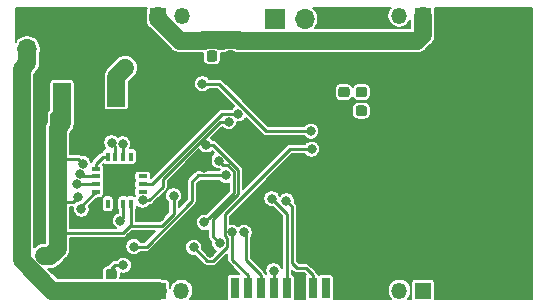
<source format=gbr>
G04 #@! TF.GenerationSoftware,KiCad,Pcbnew,(5.1.5)-3*
G04 #@! TF.CreationDate,2020-04-16T14:44:53-04:00*
G04 #@! TF.ProjectId,STM32_SMD_Quadcopter,53544d33-325f-4534-9d44-5f5175616463,rev?*
G04 #@! TF.SameCoordinates,PX2daf690PY1aab7d8*
G04 #@! TF.FileFunction,Copper,L2,Bot*
G04 #@! TF.FilePolarity,Positive*
%FSLAX46Y46*%
G04 Gerber Fmt 4.6, Leading zero omitted, Abs format (unit mm)*
G04 Created by KiCad (PCBNEW (5.1.5)-3) date 2020-04-16 14:44:53*
%MOMM*%
%LPD*%
G04 APERTURE LIST*
%ADD10C,0.100000*%
%ADD11R,1.700000X1.700000*%
%ADD12O,1.700000X1.700000*%
%ADD13R,0.350000X0.800000*%
%ADD14R,0.800000X0.350000*%
%ADD15R,2.500000X2.500000*%
%ADD16R,1.350000X1.350000*%
%ADD17O,1.350000X1.350000*%
%ADD18R,3.800000X2.000000*%
%ADD19R,1.500000X2.000000*%
%ADD20R,0.700000X1.750000*%
%ADD21R,1.300000X1.500000*%
%ADD22R,0.800000X1.500000*%
%ADD23R,1.450000X1.000000*%
%ADD24R,0.800000X1.400000*%
%ADD25R,1.500000X1.500000*%
%ADD26R,1.000000X1.550000*%
%ADD27C,0.800000*%
%ADD28C,1.500000*%
%ADD29C,0.220000*%
%ADD30C,0.500000*%
%ADD31C,0.127000*%
G04 APERTURE END LIST*
G04 #@! TA.AperFunction,SMDPad,CuDef*
D10*
G36*
X18807691Y-3996453D02*
G01*
X18828926Y-3999603D01*
X18849750Y-4004819D01*
X18869962Y-4012051D01*
X18889368Y-4021230D01*
X18907781Y-4032266D01*
X18925024Y-4045054D01*
X18940930Y-4059470D01*
X18955346Y-4075376D01*
X18968134Y-4092619D01*
X18979170Y-4111032D01*
X18988349Y-4130438D01*
X18995581Y-4150650D01*
X19000797Y-4171474D01*
X19003947Y-4192709D01*
X19005000Y-4214150D01*
X19005000Y-4726650D01*
X19003947Y-4748091D01*
X19000797Y-4769326D01*
X18995581Y-4790150D01*
X18988349Y-4810362D01*
X18979170Y-4829768D01*
X18968134Y-4848181D01*
X18955346Y-4865424D01*
X18940930Y-4881330D01*
X18925024Y-4895746D01*
X18907781Y-4908534D01*
X18889368Y-4919570D01*
X18869962Y-4928749D01*
X18849750Y-4935981D01*
X18828926Y-4941197D01*
X18807691Y-4944347D01*
X18786250Y-4945400D01*
X18348750Y-4945400D01*
X18327309Y-4944347D01*
X18306074Y-4941197D01*
X18285250Y-4935981D01*
X18265038Y-4928749D01*
X18245632Y-4919570D01*
X18227219Y-4908534D01*
X18209976Y-4895746D01*
X18194070Y-4881330D01*
X18179654Y-4865424D01*
X18166866Y-4848181D01*
X18155830Y-4829768D01*
X18146651Y-4810362D01*
X18139419Y-4790150D01*
X18134203Y-4769326D01*
X18131053Y-4748091D01*
X18130000Y-4726650D01*
X18130000Y-4214150D01*
X18131053Y-4192709D01*
X18134203Y-4171474D01*
X18139419Y-4150650D01*
X18146651Y-4130438D01*
X18155830Y-4111032D01*
X18166866Y-4092619D01*
X18179654Y-4075376D01*
X18194070Y-4059470D01*
X18209976Y-4045054D01*
X18227219Y-4032266D01*
X18245632Y-4021230D01*
X18265038Y-4012051D01*
X18285250Y-4004819D01*
X18306074Y-3999603D01*
X18327309Y-3996453D01*
X18348750Y-3995400D01*
X18786250Y-3995400D01*
X18807691Y-3996453D01*
G37*
G04 #@! TD.AperFunction*
G04 #@! TA.AperFunction,SMDPad,CuDef*
G36*
X17232691Y-3996453D02*
G01*
X17253926Y-3999603D01*
X17274750Y-4004819D01*
X17294962Y-4012051D01*
X17314368Y-4021230D01*
X17332781Y-4032266D01*
X17350024Y-4045054D01*
X17365930Y-4059470D01*
X17380346Y-4075376D01*
X17393134Y-4092619D01*
X17404170Y-4111032D01*
X17413349Y-4130438D01*
X17420581Y-4150650D01*
X17425797Y-4171474D01*
X17428947Y-4192709D01*
X17430000Y-4214150D01*
X17430000Y-4726650D01*
X17428947Y-4748091D01*
X17425797Y-4769326D01*
X17420581Y-4790150D01*
X17413349Y-4810362D01*
X17404170Y-4829768D01*
X17393134Y-4848181D01*
X17380346Y-4865424D01*
X17365930Y-4881330D01*
X17350024Y-4895746D01*
X17332781Y-4908534D01*
X17314368Y-4919570D01*
X17294962Y-4928749D01*
X17274750Y-4935981D01*
X17253926Y-4941197D01*
X17232691Y-4944347D01*
X17211250Y-4945400D01*
X16773750Y-4945400D01*
X16752309Y-4944347D01*
X16731074Y-4941197D01*
X16710250Y-4935981D01*
X16690038Y-4928749D01*
X16670632Y-4919570D01*
X16652219Y-4908534D01*
X16634976Y-4895746D01*
X16619070Y-4881330D01*
X16604654Y-4865424D01*
X16591866Y-4848181D01*
X16580830Y-4829768D01*
X16571651Y-4810362D01*
X16564419Y-4790150D01*
X16559203Y-4769326D01*
X16556053Y-4748091D01*
X16555000Y-4726650D01*
X16555000Y-4214150D01*
X16556053Y-4192709D01*
X16559203Y-4171474D01*
X16564419Y-4150650D01*
X16571651Y-4130438D01*
X16580830Y-4111032D01*
X16591866Y-4092619D01*
X16604654Y-4075376D01*
X16619070Y-4059470D01*
X16634976Y-4045054D01*
X16652219Y-4032266D01*
X16670632Y-4021230D01*
X16690038Y-4012051D01*
X16710250Y-4004819D01*
X16731074Y-3999603D01*
X16752309Y-3996453D01*
X16773750Y-3995400D01*
X17211250Y-3995400D01*
X17232691Y-3996453D01*
G37*
G04 #@! TD.AperFunction*
D11*
X1346200Y-1346200D03*
D12*
X1346200Y-3886200D03*
G04 #@! TA.AperFunction,SMDPad,CuDef*
D10*
G36*
X8735891Y-22499853D02*
G01*
X8757126Y-22503003D01*
X8777950Y-22508219D01*
X8798162Y-22515451D01*
X8817568Y-22524630D01*
X8835981Y-22535666D01*
X8853224Y-22548454D01*
X8869130Y-22562870D01*
X8883546Y-22578776D01*
X8896334Y-22596019D01*
X8907370Y-22614432D01*
X8916549Y-22633838D01*
X8923781Y-22654050D01*
X8928997Y-22674874D01*
X8932147Y-22696109D01*
X8933200Y-22717550D01*
X8933200Y-23155050D01*
X8932147Y-23176491D01*
X8928997Y-23197726D01*
X8923781Y-23218550D01*
X8916549Y-23238762D01*
X8907370Y-23258168D01*
X8896334Y-23276581D01*
X8883546Y-23293824D01*
X8869130Y-23309730D01*
X8853224Y-23324146D01*
X8835981Y-23336934D01*
X8817568Y-23347970D01*
X8798162Y-23357149D01*
X8777950Y-23364381D01*
X8757126Y-23369597D01*
X8735891Y-23372747D01*
X8714450Y-23373800D01*
X8201950Y-23373800D01*
X8180509Y-23372747D01*
X8159274Y-23369597D01*
X8138450Y-23364381D01*
X8118238Y-23357149D01*
X8098832Y-23347970D01*
X8080419Y-23336934D01*
X8063176Y-23324146D01*
X8047270Y-23309730D01*
X8032854Y-23293824D01*
X8020066Y-23276581D01*
X8009030Y-23258168D01*
X7999851Y-23238762D01*
X7992619Y-23218550D01*
X7987403Y-23197726D01*
X7984253Y-23176491D01*
X7983200Y-23155050D01*
X7983200Y-22717550D01*
X7984253Y-22696109D01*
X7987403Y-22674874D01*
X7992619Y-22654050D01*
X7999851Y-22633838D01*
X8009030Y-22614432D01*
X8020066Y-22596019D01*
X8032854Y-22578776D01*
X8047270Y-22562870D01*
X8063176Y-22548454D01*
X8080419Y-22535666D01*
X8098832Y-22524630D01*
X8118238Y-22515451D01*
X8138450Y-22508219D01*
X8159274Y-22503003D01*
X8180509Y-22499853D01*
X8201950Y-22498800D01*
X8714450Y-22498800D01*
X8735891Y-22499853D01*
G37*
G04 #@! TD.AperFunction*
G04 #@! TA.AperFunction,SMDPad,CuDef*
G36*
X8735891Y-20924853D02*
G01*
X8757126Y-20928003D01*
X8777950Y-20933219D01*
X8798162Y-20940451D01*
X8817568Y-20949630D01*
X8835981Y-20960666D01*
X8853224Y-20973454D01*
X8869130Y-20987870D01*
X8883546Y-21003776D01*
X8896334Y-21021019D01*
X8907370Y-21039432D01*
X8916549Y-21058838D01*
X8923781Y-21079050D01*
X8928997Y-21099874D01*
X8932147Y-21121109D01*
X8933200Y-21142550D01*
X8933200Y-21580050D01*
X8932147Y-21601491D01*
X8928997Y-21622726D01*
X8923781Y-21643550D01*
X8916549Y-21663762D01*
X8907370Y-21683168D01*
X8896334Y-21701581D01*
X8883546Y-21718824D01*
X8869130Y-21734730D01*
X8853224Y-21749146D01*
X8835981Y-21761934D01*
X8817568Y-21772970D01*
X8798162Y-21782149D01*
X8777950Y-21789381D01*
X8757126Y-21794597D01*
X8735891Y-21797747D01*
X8714450Y-21798800D01*
X8201950Y-21798800D01*
X8180509Y-21797747D01*
X8159274Y-21794597D01*
X8138450Y-21789381D01*
X8118238Y-21782149D01*
X8098832Y-21772970D01*
X8080419Y-21761934D01*
X8063176Y-21749146D01*
X8047270Y-21734730D01*
X8032854Y-21718824D01*
X8020066Y-21701581D01*
X8009030Y-21683168D01*
X7999851Y-21663762D01*
X7992619Y-21643550D01*
X7987403Y-21622726D01*
X7984253Y-21601491D01*
X7983200Y-21580050D01*
X7983200Y-21142550D01*
X7984253Y-21121109D01*
X7987403Y-21099874D01*
X7992619Y-21079050D01*
X7999851Y-21058838D01*
X8009030Y-21039432D01*
X8020066Y-21021019D01*
X8032854Y-21003776D01*
X8047270Y-20987870D01*
X8063176Y-20973454D01*
X8080419Y-20960666D01*
X8098832Y-20949630D01*
X8118238Y-20940451D01*
X8138450Y-20933219D01*
X8159274Y-20928003D01*
X8180509Y-20924853D01*
X8201950Y-20923800D01*
X8714450Y-20923800D01*
X8735891Y-20924853D01*
G37*
G04 #@! TD.AperFunction*
G04 #@! TA.AperFunction,SMDPad,CuDef*
G36*
X4333504Y-9217204D02*
G01*
X4357773Y-9220804D01*
X4381571Y-9226765D01*
X4404671Y-9235030D01*
X4426849Y-9245520D01*
X4447893Y-9258133D01*
X4467598Y-9272747D01*
X4485777Y-9289223D01*
X4502253Y-9307402D01*
X4516867Y-9327107D01*
X4529480Y-9348151D01*
X4539970Y-9370329D01*
X4548235Y-9393429D01*
X4554196Y-9417227D01*
X4557796Y-9441496D01*
X4559000Y-9466000D01*
X4559000Y-11616000D01*
X4557796Y-11640504D01*
X4554196Y-11664773D01*
X4548235Y-11688571D01*
X4539970Y-11711671D01*
X4529480Y-11733849D01*
X4516867Y-11754893D01*
X4502253Y-11774598D01*
X4485777Y-11792777D01*
X4467598Y-11809253D01*
X4447893Y-11823867D01*
X4426849Y-11836480D01*
X4404671Y-11846970D01*
X4381571Y-11855235D01*
X4357773Y-11861196D01*
X4333504Y-11864796D01*
X4309000Y-11866000D01*
X3559000Y-11866000D01*
X3534496Y-11864796D01*
X3510227Y-11861196D01*
X3486429Y-11855235D01*
X3463329Y-11846970D01*
X3441151Y-11836480D01*
X3420107Y-11823867D01*
X3400402Y-11809253D01*
X3382223Y-11792777D01*
X3365747Y-11774598D01*
X3351133Y-11754893D01*
X3338520Y-11733849D01*
X3328030Y-11711671D01*
X3319765Y-11688571D01*
X3313804Y-11664773D01*
X3310204Y-11640504D01*
X3309000Y-11616000D01*
X3309000Y-9466000D01*
X3310204Y-9441496D01*
X3313804Y-9417227D01*
X3319765Y-9393429D01*
X3328030Y-9370329D01*
X3338520Y-9348151D01*
X3351133Y-9327107D01*
X3365747Y-9307402D01*
X3382223Y-9289223D01*
X3400402Y-9272747D01*
X3420107Y-9258133D01*
X3441151Y-9245520D01*
X3463329Y-9235030D01*
X3486429Y-9226765D01*
X3510227Y-9220804D01*
X3534496Y-9217204D01*
X3559000Y-9216000D01*
X4309000Y-9216000D01*
X4333504Y-9217204D01*
G37*
G04 #@! TD.AperFunction*
G04 #@! TA.AperFunction,SMDPad,CuDef*
G36*
X7133504Y-9217204D02*
G01*
X7157773Y-9220804D01*
X7181571Y-9226765D01*
X7204671Y-9235030D01*
X7226849Y-9245520D01*
X7247893Y-9258133D01*
X7267598Y-9272747D01*
X7285777Y-9289223D01*
X7302253Y-9307402D01*
X7316867Y-9327107D01*
X7329480Y-9348151D01*
X7339970Y-9370329D01*
X7348235Y-9393429D01*
X7354196Y-9417227D01*
X7357796Y-9441496D01*
X7359000Y-9466000D01*
X7359000Y-11616000D01*
X7357796Y-11640504D01*
X7354196Y-11664773D01*
X7348235Y-11688571D01*
X7339970Y-11711671D01*
X7329480Y-11733849D01*
X7316867Y-11754893D01*
X7302253Y-11774598D01*
X7285777Y-11792777D01*
X7267598Y-11809253D01*
X7247893Y-11823867D01*
X7226849Y-11836480D01*
X7204671Y-11846970D01*
X7181571Y-11855235D01*
X7157773Y-11861196D01*
X7133504Y-11864796D01*
X7109000Y-11866000D01*
X6359000Y-11866000D01*
X6334496Y-11864796D01*
X6310227Y-11861196D01*
X6286429Y-11855235D01*
X6263329Y-11846970D01*
X6241151Y-11836480D01*
X6220107Y-11823867D01*
X6200402Y-11809253D01*
X6182223Y-11792777D01*
X6165747Y-11774598D01*
X6151133Y-11754893D01*
X6138520Y-11733849D01*
X6128030Y-11711671D01*
X6119765Y-11688571D01*
X6113804Y-11664773D01*
X6110204Y-11640504D01*
X6109000Y-11616000D01*
X6109000Y-9466000D01*
X6110204Y-9441496D01*
X6113804Y-9417227D01*
X6119765Y-9393429D01*
X6128030Y-9370329D01*
X6138520Y-9348151D01*
X6151133Y-9327107D01*
X6165747Y-9307402D01*
X6182223Y-9289223D01*
X6200402Y-9272747D01*
X6220107Y-9258133D01*
X6241151Y-9245520D01*
X6263329Y-9235030D01*
X6286429Y-9226765D01*
X6310227Y-9220804D01*
X6334496Y-9217204D01*
X6359000Y-9216000D01*
X7109000Y-9216000D01*
X7133504Y-9217204D01*
G37*
G04 #@! TD.AperFunction*
D13*
X10119000Y-16986000D03*
X9469000Y-16986000D03*
X8819000Y-16986000D03*
X8169000Y-16986000D03*
D14*
X7144000Y-15961000D03*
X7144000Y-15311000D03*
X7144000Y-14661000D03*
X7144000Y-14011000D03*
D13*
X8169000Y-12986000D03*
X8819000Y-12986000D03*
X9469000Y-12986000D03*
X10119000Y-12986000D03*
D14*
X11144000Y-14011000D03*
X11144000Y-14661000D03*
X11144000Y-15311000D03*
X11144000Y-15961000D03*
D15*
X9144000Y-14986000D03*
D16*
X12415889Y-24340102D03*
D17*
X14415889Y-24340102D03*
X32871603Y-24327684D03*
D16*
X34871603Y-24327684D03*
X34848800Y-1066800D03*
D17*
X32848800Y-1066800D03*
X14446000Y-1066800D03*
D16*
X12446000Y-1066800D03*
D18*
X6604000Y-1447000D03*
D19*
X6604000Y-7747000D03*
X4304000Y-7747000D03*
X8904000Y-7747000D03*
D11*
X22301200Y-1320800D03*
D12*
X24841200Y-1320800D03*
X27381200Y-1320800D03*
G04 #@! TA.AperFunction,SMDPad,CuDef*
D10*
G36*
X29919491Y-7081853D02*
G01*
X29940726Y-7085003D01*
X29961550Y-7090219D01*
X29981762Y-7097451D01*
X30001168Y-7106630D01*
X30019581Y-7117666D01*
X30036824Y-7130454D01*
X30052730Y-7144870D01*
X30067146Y-7160776D01*
X30079934Y-7178019D01*
X30090970Y-7196432D01*
X30100149Y-7215838D01*
X30107381Y-7236050D01*
X30112597Y-7256874D01*
X30115747Y-7278109D01*
X30116800Y-7299550D01*
X30116800Y-7737050D01*
X30115747Y-7758491D01*
X30112597Y-7779726D01*
X30107381Y-7800550D01*
X30100149Y-7820762D01*
X30090970Y-7840168D01*
X30079934Y-7858581D01*
X30067146Y-7875824D01*
X30052730Y-7891730D01*
X30036824Y-7906146D01*
X30019581Y-7918934D01*
X30001168Y-7929970D01*
X29981762Y-7939149D01*
X29961550Y-7946381D01*
X29940726Y-7951597D01*
X29919491Y-7954747D01*
X29898050Y-7955800D01*
X29385550Y-7955800D01*
X29364109Y-7954747D01*
X29342874Y-7951597D01*
X29322050Y-7946381D01*
X29301838Y-7939149D01*
X29282432Y-7929970D01*
X29264019Y-7918934D01*
X29246776Y-7906146D01*
X29230870Y-7891730D01*
X29216454Y-7875824D01*
X29203666Y-7858581D01*
X29192630Y-7840168D01*
X29183451Y-7820762D01*
X29176219Y-7800550D01*
X29171003Y-7779726D01*
X29167853Y-7758491D01*
X29166800Y-7737050D01*
X29166800Y-7299550D01*
X29167853Y-7278109D01*
X29171003Y-7256874D01*
X29176219Y-7236050D01*
X29183451Y-7215838D01*
X29192630Y-7196432D01*
X29203666Y-7178019D01*
X29216454Y-7160776D01*
X29230870Y-7144870D01*
X29246776Y-7130454D01*
X29264019Y-7117666D01*
X29282432Y-7106630D01*
X29301838Y-7097451D01*
X29322050Y-7090219D01*
X29342874Y-7085003D01*
X29364109Y-7081853D01*
X29385550Y-7080800D01*
X29898050Y-7080800D01*
X29919491Y-7081853D01*
G37*
G04 #@! TD.AperFunction*
G04 #@! TA.AperFunction,SMDPad,CuDef*
G36*
X29919491Y-8656853D02*
G01*
X29940726Y-8660003D01*
X29961550Y-8665219D01*
X29981762Y-8672451D01*
X30001168Y-8681630D01*
X30019581Y-8692666D01*
X30036824Y-8705454D01*
X30052730Y-8719870D01*
X30067146Y-8735776D01*
X30079934Y-8753019D01*
X30090970Y-8771432D01*
X30100149Y-8790838D01*
X30107381Y-8811050D01*
X30112597Y-8831874D01*
X30115747Y-8853109D01*
X30116800Y-8874550D01*
X30116800Y-9312050D01*
X30115747Y-9333491D01*
X30112597Y-9354726D01*
X30107381Y-9375550D01*
X30100149Y-9395762D01*
X30090970Y-9415168D01*
X30079934Y-9433581D01*
X30067146Y-9450824D01*
X30052730Y-9466730D01*
X30036824Y-9481146D01*
X30019581Y-9493934D01*
X30001168Y-9504970D01*
X29981762Y-9514149D01*
X29961550Y-9521381D01*
X29940726Y-9526597D01*
X29919491Y-9529747D01*
X29898050Y-9530800D01*
X29385550Y-9530800D01*
X29364109Y-9529747D01*
X29342874Y-9526597D01*
X29322050Y-9521381D01*
X29301838Y-9514149D01*
X29282432Y-9504970D01*
X29264019Y-9493934D01*
X29246776Y-9481146D01*
X29230870Y-9466730D01*
X29216454Y-9450824D01*
X29203666Y-9433581D01*
X29192630Y-9415168D01*
X29183451Y-9395762D01*
X29176219Y-9375550D01*
X29171003Y-9354726D01*
X29167853Y-9333491D01*
X29166800Y-9312050D01*
X29166800Y-8874550D01*
X29167853Y-8853109D01*
X29171003Y-8831874D01*
X29176219Y-8811050D01*
X29183451Y-8790838D01*
X29192630Y-8771432D01*
X29203666Y-8753019D01*
X29216454Y-8735776D01*
X29230870Y-8719870D01*
X29246776Y-8705454D01*
X29264019Y-8692666D01*
X29282432Y-8681630D01*
X29301838Y-8672451D01*
X29322050Y-8665219D01*
X29342874Y-8660003D01*
X29364109Y-8656853D01*
X29385550Y-8655800D01*
X29898050Y-8655800D01*
X29919491Y-8656853D01*
G37*
G04 #@! TD.AperFunction*
G04 #@! TA.AperFunction,SMDPad,CuDef*
G36*
X28446291Y-7081853D02*
G01*
X28467526Y-7085003D01*
X28488350Y-7090219D01*
X28508562Y-7097451D01*
X28527968Y-7106630D01*
X28546381Y-7117666D01*
X28563624Y-7130454D01*
X28579530Y-7144870D01*
X28593946Y-7160776D01*
X28606734Y-7178019D01*
X28617770Y-7196432D01*
X28626949Y-7215838D01*
X28634181Y-7236050D01*
X28639397Y-7256874D01*
X28642547Y-7278109D01*
X28643600Y-7299550D01*
X28643600Y-7737050D01*
X28642547Y-7758491D01*
X28639397Y-7779726D01*
X28634181Y-7800550D01*
X28626949Y-7820762D01*
X28617770Y-7840168D01*
X28606734Y-7858581D01*
X28593946Y-7875824D01*
X28579530Y-7891730D01*
X28563624Y-7906146D01*
X28546381Y-7918934D01*
X28527968Y-7929970D01*
X28508562Y-7939149D01*
X28488350Y-7946381D01*
X28467526Y-7951597D01*
X28446291Y-7954747D01*
X28424850Y-7955800D01*
X27912350Y-7955800D01*
X27890909Y-7954747D01*
X27869674Y-7951597D01*
X27848850Y-7946381D01*
X27828638Y-7939149D01*
X27809232Y-7929970D01*
X27790819Y-7918934D01*
X27773576Y-7906146D01*
X27757670Y-7891730D01*
X27743254Y-7875824D01*
X27730466Y-7858581D01*
X27719430Y-7840168D01*
X27710251Y-7820762D01*
X27703019Y-7800550D01*
X27697803Y-7779726D01*
X27694653Y-7758491D01*
X27693600Y-7737050D01*
X27693600Y-7299550D01*
X27694653Y-7278109D01*
X27697803Y-7256874D01*
X27703019Y-7236050D01*
X27710251Y-7215838D01*
X27719430Y-7196432D01*
X27730466Y-7178019D01*
X27743254Y-7160776D01*
X27757670Y-7144870D01*
X27773576Y-7130454D01*
X27790819Y-7117666D01*
X27809232Y-7106630D01*
X27828638Y-7097451D01*
X27848850Y-7090219D01*
X27869674Y-7085003D01*
X27890909Y-7081853D01*
X27912350Y-7080800D01*
X28424850Y-7080800D01*
X28446291Y-7081853D01*
G37*
G04 #@! TD.AperFunction*
G04 #@! TA.AperFunction,SMDPad,CuDef*
G36*
X28446291Y-8656853D02*
G01*
X28467526Y-8660003D01*
X28488350Y-8665219D01*
X28508562Y-8672451D01*
X28527968Y-8681630D01*
X28546381Y-8692666D01*
X28563624Y-8705454D01*
X28579530Y-8719870D01*
X28593946Y-8735776D01*
X28606734Y-8753019D01*
X28617770Y-8771432D01*
X28626949Y-8790838D01*
X28634181Y-8811050D01*
X28639397Y-8831874D01*
X28642547Y-8853109D01*
X28643600Y-8874550D01*
X28643600Y-9312050D01*
X28642547Y-9333491D01*
X28639397Y-9354726D01*
X28634181Y-9375550D01*
X28626949Y-9395762D01*
X28617770Y-9415168D01*
X28606734Y-9433581D01*
X28593946Y-9450824D01*
X28579530Y-9466730D01*
X28563624Y-9481146D01*
X28546381Y-9493934D01*
X28527968Y-9504970D01*
X28508562Y-9514149D01*
X28488350Y-9521381D01*
X28467526Y-9526597D01*
X28446291Y-9529747D01*
X28424850Y-9530800D01*
X27912350Y-9530800D01*
X27890909Y-9529747D01*
X27869674Y-9526597D01*
X27848850Y-9521381D01*
X27828638Y-9514149D01*
X27809232Y-9504970D01*
X27790819Y-9493934D01*
X27773576Y-9481146D01*
X27757670Y-9466730D01*
X27743254Y-9450824D01*
X27730466Y-9433581D01*
X27719430Y-9415168D01*
X27710251Y-9395762D01*
X27703019Y-9375550D01*
X27697803Y-9354726D01*
X27694653Y-9333491D01*
X27693600Y-9312050D01*
X27693600Y-8874550D01*
X27694653Y-8853109D01*
X27697803Y-8831874D01*
X27703019Y-8811050D01*
X27710251Y-8790838D01*
X27719430Y-8771432D01*
X27730466Y-8753019D01*
X27743254Y-8735776D01*
X27757670Y-8719870D01*
X27773576Y-8705454D01*
X27790819Y-8692666D01*
X27809232Y-8681630D01*
X27828638Y-8672451D01*
X27848850Y-8665219D01*
X27869674Y-8660003D01*
X27890909Y-8656853D01*
X27912350Y-8655800D01*
X28424850Y-8655800D01*
X28446291Y-8656853D01*
G37*
G04 #@! TD.AperFunction*
D20*
X26623000Y-24120600D03*
D21*
X27823000Y-23995600D03*
D22*
X28073000Y-16395600D03*
D23*
X27748000Y-14895600D03*
D24*
X16123000Y-15745600D03*
D20*
X25523000Y-24120600D03*
X24423000Y-24120600D03*
X23323000Y-24120600D03*
X22223000Y-24120600D03*
X21123000Y-24120600D03*
X20023000Y-24120600D03*
X18923000Y-24120600D03*
D25*
X16473000Y-23995600D03*
D26*
X16523000Y-13320600D03*
D27*
X18516600Y-4521200D03*
X16281400Y-13944600D03*
X16814800Y-21183600D03*
X13766800Y-9017000D03*
X9652000Y-5461000D03*
X9499600Y-22174200D03*
X5791200Y-14427200D03*
X5562600Y-15316200D03*
X18161000Y-14579600D03*
X10373363Y-20601017D03*
X17555307Y-13331093D03*
X16357600Y-18551779D03*
X18694400Y-19380200D03*
X15443200Y-20675600D03*
X25425400Y-12344400D03*
X19710400Y-19405600D03*
X23291800Y-16738600D03*
X22072600Y-16560800D03*
X16532624Y-12011424D03*
X17643600Y-20296985D03*
X16179800Y-6806800D03*
X25374600Y-10820400D03*
X9423400Y-11912600D03*
X5918200Y-17424400D03*
X11125200Y-16662400D03*
X18429552Y-10024791D03*
X9245600Y-18412581D03*
X19227800Y-9372600D03*
X5613400Y-16433800D03*
X13741400Y-16306800D03*
X6075805Y-13573383D03*
X22225000Y-22656800D03*
X4573096Y-8046914D03*
X2768600Y-21369800D03*
X12573000Y-18110200D03*
X13208000Y-13055600D03*
X15900400Y-17043400D03*
X9093200Y-20828000D03*
X17957800Y-15621000D03*
X19050000Y-5384800D03*
X17830800Y-5562600D03*
X19710400Y-4673600D03*
X8509000Y-11811000D03*
D28*
X8904000Y-6209000D02*
X8904000Y-7747000D01*
X9652000Y-5461000D02*
X8904000Y-6209000D01*
X34848800Y-2692400D02*
X34848800Y-1066800D01*
X34366200Y-3175000D02*
X34848800Y-2692400D01*
X16331052Y-3145390D02*
X17653948Y-3145390D01*
X17906052Y-3145390D02*
X19228948Y-3145390D01*
X16301442Y-3175000D02*
X16331052Y-3145390D01*
X12446000Y-1066800D02*
X12446000Y-1323802D01*
X17876442Y-3175000D02*
X17906052Y-3145390D01*
X12446000Y-1323802D02*
X14297198Y-3175000D01*
X17653948Y-3145390D02*
X17683558Y-3175000D01*
X14297198Y-3175000D02*
X16301442Y-3175000D01*
X17683558Y-3175000D02*
X17876442Y-3175000D01*
X19228948Y-3145390D02*
X19258558Y-3175000D01*
X19258558Y-3175000D02*
X34366200Y-3175000D01*
X900010Y-21763965D02*
X3476147Y-24340102D01*
X900010Y-5534471D02*
X900010Y-21763965D01*
X3476147Y-24340102D02*
X12415889Y-24340102D01*
X1346200Y-3886200D02*
X1346200Y-5088281D01*
X1346200Y-5088281D02*
X900010Y-5534471D01*
D29*
X8458200Y-22498800D02*
X8782800Y-22174200D01*
X8933915Y-22174200D02*
X9499600Y-22174200D01*
X8782800Y-22174200D02*
X8933915Y-22174200D01*
X8458200Y-22936300D02*
X8458200Y-22498800D01*
X6025000Y-14661000D02*
X7144000Y-14661000D01*
X5791200Y-14427200D02*
X6025000Y-14661000D01*
X7138800Y-15316200D02*
X7144000Y-15311000D01*
X5562600Y-15316200D02*
X7138800Y-15316200D01*
X15810998Y-14579600D02*
X15290399Y-15100199D01*
X11460668Y-20601017D02*
X10939048Y-20601017D01*
X15290399Y-16771286D02*
X11460668Y-20601017D01*
X15290399Y-15100199D02*
X15290399Y-16771286D01*
X18161000Y-14579600D02*
X15810998Y-14579600D01*
X10939048Y-20601017D02*
X10373363Y-20601017D01*
X18872602Y-16036777D02*
X16757599Y-18151780D01*
X16757599Y-18151780D02*
X16357600Y-18551779D01*
X18872602Y-14286798D02*
X18872602Y-16036777D01*
X17555307Y-13331093D02*
X17955306Y-13731092D01*
X17955306Y-13731092D02*
X18316896Y-13731092D01*
X18316896Y-13731092D02*
X18872602Y-14286798D01*
X20023000Y-23025600D02*
X18694400Y-21697000D01*
X20023000Y-24120600D02*
X20023000Y-23025600D01*
X18694400Y-21697000D02*
X18694400Y-19380200D01*
X18084399Y-19673001D02*
X18084399Y-17882001D01*
X16561201Y-21793601D02*
X17107601Y-21793601D01*
X15443200Y-20675600D02*
X16561201Y-21793601D01*
X17107601Y-21793601D02*
X18253601Y-20647601D01*
X18253601Y-19842203D02*
X18084399Y-19673001D01*
X18253601Y-20647601D02*
X18253601Y-19842203D01*
X18084399Y-17882001D02*
X23622000Y-12344400D01*
X23622000Y-12344400D02*
X25425400Y-12344400D01*
X21123000Y-23025600D02*
X19837400Y-21740000D01*
X21123000Y-24120600D02*
X21123000Y-23025600D01*
X19837400Y-21740000D02*
X19837400Y-19405600D01*
X19837400Y-19405600D02*
X19710400Y-19405600D01*
X25523000Y-23025600D02*
X24925600Y-22428200D01*
X25523000Y-24120600D02*
X25523000Y-23025600D01*
X24925600Y-22428200D02*
X24180800Y-22428200D01*
X24180800Y-22428200D02*
X23749000Y-21996400D01*
X23749000Y-21996400D02*
X23749000Y-17195800D01*
X23749000Y-17195800D02*
X23291800Y-16738600D01*
X22472599Y-16960799D02*
X22072600Y-16560800D01*
X23323000Y-17811200D02*
X22472599Y-16960799D01*
X23323000Y-24120600D02*
X23323000Y-17811200D01*
X17098309Y-12011424D02*
X19192613Y-14105728D01*
X17119600Y-19772985D02*
X17643600Y-20296985D01*
X16532624Y-12011424D02*
X17098309Y-12011424D01*
X19192613Y-14105728D02*
X19192613Y-16189587D01*
X19192613Y-16189587D02*
X17119600Y-18262600D01*
X17119600Y-18262600D02*
X17119600Y-19772985D01*
X17564802Y-6806800D02*
X21578402Y-10820400D01*
X16179800Y-6806800D02*
X17564802Y-6806800D01*
X21578402Y-10820400D02*
X25374600Y-10820400D01*
X9423400Y-12940400D02*
X9469000Y-12986000D01*
X9423400Y-11912600D02*
X9423400Y-12940400D01*
X5918200Y-17186800D02*
X7144000Y-15961000D01*
X5918200Y-17424400D02*
X5918200Y-17186800D01*
X17656572Y-10024791D02*
X17863867Y-10024791D01*
X12808552Y-14872811D02*
X17656572Y-10024791D01*
X11690885Y-16662400D02*
X12808552Y-15544733D01*
X17863867Y-10024791D02*
X18429552Y-10024791D01*
X12808552Y-15544733D02*
X12808552Y-14872811D01*
X11125200Y-16662400D02*
X11690885Y-16662400D01*
X9469000Y-16986000D02*
X9469000Y-18189181D01*
X9469000Y-18189181D02*
X9245600Y-18412581D01*
X11917800Y-15311000D02*
X17856200Y-9372600D01*
X11144000Y-15311000D02*
X11917800Y-15311000D01*
X17856200Y-9372600D02*
X18662115Y-9372600D01*
X18662115Y-9372600D02*
X19227800Y-9372600D01*
D28*
X4304000Y-10171000D02*
X3934000Y-10541000D01*
X4304000Y-7747000D02*
X4304000Y-10171000D01*
D30*
X4304000Y-7747000D02*
X4304000Y-7733000D01*
D29*
X7144000Y-13616000D02*
X7144000Y-14011000D01*
X8169000Y-12986000D02*
X7774000Y-12986000D01*
X7774000Y-12986000D02*
X7144000Y-13616000D01*
D28*
X3934000Y-18291000D02*
X3934000Y-20805600D01*
D29*
X5613400Y-16433800D02*
X5213401Y-16833799D01*
X4159199Y-16833799D02*
X3937000Y-16611600D01*
X5213401Y-16833799D02*
X4159199Y-16833799D01*
D28*
X3937000Y-16611600D02*
X3934000Y-18291000D01*
D29*
X4047816Y-13173384D02*
X3937000Y-13284200D01*
X6075805Y-13573383D02*
X5675806Y-13173384D01*
D28*
X3934000Y-10541000D02*
X3937000Y-13284200D01*
D29*
X5675806Y-13173384D02*
X4047816Y-13173384D01*
D28*
X3937000Y-13284200D02*
X3937000Y-16611600D01*
D29*
X4622800Y-19456400D02*
X9437202Y-19456400D01*
X3934000Y-18291000D02*
X3934000Y-18767600D01*
X9437202Y-19456400D02*
X10119000Y-18774602D01*
X3934000Y-18767600D02*
X4622800Y-19456400D01*
X10119000Y-18774602D02*
X10134600Y-18161000D01*
X10134600Y-18161000D02*
X10119000Y-16986000D01*
X10134600Y-18745200D02*
X10134600Y-18161000D01*
X10261600Y-18872200D02*
X10134600Y-18745200D01*
X13741400Y-16306800D02*
X13741400Y-17856200D01*
X12725400Y-18872200D02*
X10261600Y-18872200D01*
X13741400Y-17856200D02*
X12725400Y-18872200D01*
X22223000Y-22658800D02*
X22225000Y-22656800D01*
X22223000Y-24120600D02*
X22223000Y-22658800D01*
D28*
X3934000Y-20805600D02*
X3302000Y-21437600D01*
X3302000Y-21437600D02*
X2836400Y-21437600D01*
X2836400Y-21437600D02*
X2768600Y-21369800D01*
X6604000Y-7747000D02*
X6604000Y-1447000D01*
X6604000Y-8280400D02*
X6756400Y-8432800D01*
X6604000Y-7747000D02*
X6604000Y-8280400D01*
X6734000Y-8455200D02*
X6734000Y-10541000D01*
X6756400Y-8432800D02*
X6734000Y-8455200D01*
D29*
X8819000Y-15311000D02*
X9144000Y-14986000D01*
X8819000Y-16986000D02*
X8819000Y-15311000D01*
X10119000Y-14011000D02*
X9144000Y-14986000D01*
X11144000Y-14011000D02*
X10119000Y-14011000D01*
X8819000Y-12121000D02*
X8819000Y-12986000D01*
X8509000Y-11811000D02*
X8819000Y-12121000D01*
D31*
G36*
X23863665Y-22715641D02*
G01*
X23877050Y-22731950D01*
X23942145Y-22785373D01*
X24016411Y-22825069D01*
X24096995Y-22849514D01*
X24159803Y-22855700D01*
X24159812Y-22855700D01*
X24180799Y-22857767D01*
X24201786Y-22855700D01*
X24748524Y-22855700D01*
X24931822Y-23038998D01*
X24907731Y-23068353D01*
X24878249Y-23123510D01*
X24860094Y-23183359D01*
X24853964Y-23245600D01*
X24853964Y-24995600D01*
X24857598Y-25032500D01*
X23988402Y-25032500D01*
X23992036Y-24995600D01*
X23992036Y-23245600D01*
X23985906Y-23183359D01*
X23967751Y-23123510D01*
X23938269Y-23068353D01*
X23898593Y-23020007D01*
X23850247Y-22980331D01*
X23795090Y-22950849D01*
X23750500Y-22937323D01*
X23750500Y-22602476D01*
X23863665Y-22715641D01*
G37*
X23863665Y-22715641D02*
X23877050Y-22731950D01*
X23942145Y-22785373D01*
X24016411Y-22825069D01*
X24096995Y-22849514D01*
X24159803Y-22855700D01*
X24159812Y-22855700D01*
X24180799Y-22857767D01*
X24201786Y-22855700D01*
X24748524Y-22855700D01*
X24931822Y-23038998D01*
X24907731Y-23068353D01*
X24878249Y-23123510D01*
X24860094Y-23183359D01*
X24853964Y-23245600D01*
X24853964Y-24995600D01*
X24857598Y-25032500D01*
X23988402Y-25032500D01*
X23992036Y-24995600D01*
X23992036Y-23245600D01*
X23985906Y-23183359D01*
X23967751Y-23123510D01*
X23938269Y-23068353D01*
X23898593Y-23020007D01*
X23850247Y-22980331D01*
X23795090Y-22950849D01*
X23750500Y-22937323D01*
X23750500Y-22602476D01*
X23863665Y-22715641D01*
G36*
X17603681Y-15036980D02*
G01*
X17703620Y-15136919D01*
X17821136Y-15215441D01*
X17951713Y-15269527D01*
X18090332Y-15297100D01*
X18231668Y-15297100D01*
X18370287Y-15269527D01*
X18445103Y-15238538D01*
X18445103Y-15859700D01*
X16470163Y-17834640D01*
X16470157Y-17834645D01*
X16463512Y-17841290D01*
X16428268Y-17834279D01*
X16286932Y-17834279D01*
X16148313Y-17861852D01*
X16017736Y-17915938D01*
X15900220Y-17994460D01*
X15800281Y-18094399D01*
X15721759Y-18211915D01*
X15667673Y-18342492D01*
X15640100Y-18481111D01*
X15640100Y-18622447D01*
X15667673Y-18761066D01*
X15721759Y-18891643D01*
X15800281Y-19009159D01*
X15900220Y-19109098D01*
X16017736Y-19187620D01*
X16148313Y-19241706D01*
X16286932Y-19269279D01*
X16428268Y-19269279D01*
X16566887Y-19241706D01*
X16692101Y-19189842D01*
X16692101Y-19751986D01*
X16690033Y-19772985D01*
X16698286Y-19856789D01*
X16722731Y-19937373D01*
X16762427Y-20011639D01*
X16802465Y-20060426D01*
X16802472Y-20060433D01*
X16815851Y-20076735D01*
X16832153Y-20090114D01*
X16933111Y-20191072D01*
X16926100Y-20226317D01*
X16926100Y-20367653D01*
X16953673Y-20506272D01*
X17007759Y-20636849D01*
X17086281Y-20754365D01*
X17186220Y-20854304D01*
X17303736Y-20932826D01*
X17346208Y-20950418D01*
X16930525Y-21366101D01*
X16738278Y-21366101D01*
X16153689Y-20781513D01*
X16160700Y-20746268D01*
X16160700Y-20604932D01*
X16133127Y-20466313D01*
X16079041Y-20335736D01*
X16000519Y-20218220D01*
X15900580Y-20118281D01*
X15783064Y-20039759D01*
X15652487Y-19985673D01*
X15513868Y-19958100D01*
X15372532Y-19958100D01*
X15233913Y-19985673D01*
X15103336Y-20039759D01*
X14985820Y-20118281D01*
X14885881Y-20218220D01*
X14807359Y-20335736D01*
X14753273Y-20466313D01*
X14725700Y-20604932D01*
X14725700Y-20746268D01*
X14753273Y-20884887D01*
X14807359Y-21015464D01*
X14885881Y-21132980D01*
X14985820Y-21232919D01*
X15103336Y-21311441D01*
X15233913Y-21365527D01*
X15372532Y-21393100D01*
X15513868Y-21393100D01*
X15549113Y-21386089D01*
X16244072Y-22081049D01*
X16257451Y-22097351D01*
X16273753Y-22110730D01*
X16273759Y-22110736D01*
X16315921Y-22145337D01*
X16322546Y-22150774D01*
X16396812Y-22190470D01*
X16477396Y-22214915D01*
X16540204Y-22221101D01*
X16540213Y-22221101D01*
X16561200Y-22223168D01*
X16582187Y-22221101D01*
X17086612Y-22221101D01*
X17107601Y-22223168D01*
X17128590Y-22221101D01*
X17128598Y-22221101D01*
X17191406Y-22214915D01*
X17271990Y-22190470D01*
X17346256Y-22150774D01*
X17411351Y-22097351D01*
X17424734Y-22081044D01*
X18266900Y-21238878D01*
X18266900Y-21676011D01*
X18264833Y-21697000D01*
X18266900Y-21717989D01*
X18266900Y-21717996D01*
X18270815Y-21757746D01*
X18273086Y-21780804D01*
X18297531Y-21861388D01*
X18337227Y-21935654D01*
X18377265Y-21984441D01*
X18377268Y-21984444D01*
X18390650Y-22000750D01*
X18406957Y-22014133D01*
X19324455Y-22931632D01*
X19273000Y-22926564D01*
X18573000Y-22926564D01*
X18510759Y-22932694D01*
X18450910Y-22950849D01*
X18395753Y-22980331D01*
X18347407Y-23020007D01*
X18307731Y-23068353D01*
X18278249Y-23123510D01*
X18260094Y-23183359D01*
X18253964Y-23245600D01*
X18253964Y-24995600D01*
X18257598Y-25032500D01*
X15127098Y-25032500D01*
X15186814Y-24972784D01*
X15295431Y-24810227D01*
X15370248Y-24629603D01*
X15408389Y-24437855D01*
X15408389Y-24242349D01*
X15370248Y-24050601D01*
X15295431Y-23869977D01*
X15186814Y-23707420D01*
X15048571Y-23569177D01*
X14886014Y-23460560D01*
X14705390Y-23385743D01*
X14513642Y-23347602D01*
X14318136Y-23347602D01*
X14126388Y-23385743D01*
X13945764Y-23460560D01*
X13783207Y-23569177D01*
X13644964Y-23707420D01*
X13536347Y-23869977D01*
X13461530Y-24050601D01*
X13454431Y-24086291D01*
X13409925Y-23939576D01*
X13409925Y-23665102D01*
X13403795Y-23602861D01*
X13385640Y-23543012D01*
X13356158Y-23487855D01*
X13316482Y-23439509D01*
X13268136Y-23399833D01*
X13212979Y-23370351D01*
X13153130Y-23352196D01*
X13090889Y-23346066D01*
X12816415Y-23346066D01*
X12625156Y-23288048D01*
X12468330Y-23272602D01*
X9238070Y-23272602D01*
X9241903Y-23259967D01*
X9252236Y-23155050D01*
X9252236Y-22848355D01*
X9290313Y-22864127D01*
X9428932Y-22891700D01*
X9570268Y-22891700D01*
X9708887Y-22864127D01*
X9839464Y-22810041D01*
X9956980Y-22731519D01*
X10056919Y-22631580D01*
X10135441Y-22514064D01*
X10189527Y-22383487D01*
X10217100Y-22244868D01*
X10217100Y-22103532D01*
X10189527Y-21964913D01*
X10135441Y-21834336D01*
X10056919Y-21716820D01*
X9956980Y-21616881D01*
X9839464Y-21538359D01*
X9708887Y-21484273D01*
X9570268Y-21456700D01*
X9428932Y-21456700D01*
X9290313Y-21484273D01*
X9159736Y-21538359D01*
X9042220Y-21616881D01*
X8942281Y-21716820D01*
X8922316Y-21746700D01*
X8803789Y-21746700D01*
X8782800Y-21744633D01*
X8761811Y-21746700D01*
X8761803Y-21746700D01*
X8698995Y-21752886D01*
X8618411Y-21777331D01*
X8544145Y-21817027D01*
X8479050Y-21870450D01*
X8465667Y-21886757D01*
X8170753Y-22181671D01*
X8169139Y-22182995D01*
X8097033Y-22190097D01*
X7996148Y-22220701D01*
X7903172Y-22270397D01*
X7821678Y-22337278D01*
X7754797Y-22418772D01*
X7705101Y-22511748D01*
X7674497Y-22612633D01*
X7664164Y-22717550D01*
X7664164Y-23155050D01*
X7674497Y-23259967D01*
X7678330Y-23272602D01*
X3918320Y-23272602D01*
X3150818Y-22505100D01*
X3249562Y-22505100D01*
X3302000Y-22510265D01*
X3354438Y-22505100D01*
X3354441Y-22505100D01*
X3511267Y-22489654D01*
X3712491Y-22428613D01*
X3897941Y-22329488D01*
X4060489Y-22196089D01*
X4093925Y-22155347D01*
X4651747Y-21597525D01*
X4692489Y-21564089D01*
X4825888Y-21401541D01*
X4870265Y-21318517D01*
X4925013Y-21216092D01*
X4941866Y-21160534D01*
X4986054Y-21014867D01*
X5001500Y-20858041D01*
X5001500Y-20858039D01*
X5006665Y-20805600D01*
X5001500Y-20753162D01*
X5001500Y-19883900D01*
X9416213Y-19883900D01*
X9437202Y-19885967D01*
X9458191Y-19883900D01*
X9458199Y-19883900D01*
X9521007Y-19877714D01*
X9601591Y-19853269D01*
X9675857Y-19813573D01*
X9740952Y-19760150D01*
X9754335Y-19743843D01*
X10202256Y-19295923D01*
X10240603Y-19299700D01*
X10240612Y-19299700D01*
X10261599Y-19301767D01*
X10282586Y-19299700D01*
X12157409Y-19299700D01*
X11283592Y-20173517D01*
X10950647Y-20173517D01*
X10930682Y-20143637D01*
X10830743Y-20043698D01*
X10713227Y-19965176D01*
X10582650Y-19911090D01*
X10444031Y-19883517D01*
X10302695Y-19883517D01*
X10164076Y-19911090D01*
X10033499Y-19965176D01*
X9915983Y-20043698D01*
X9816044Y-20143637D01*
X9737522Y-20261153D01*
X9683436Y-20391730D01*
X9655863Y-20530349D01*
X9655863Y-20671685D01*
X9683436Y-20810304D01*
X9737522Y-20940881D01*
X9816044Y-21058397D01*
X9915983Y-21158336D01*
X10033499Y-21236858D01*
X10164076Y-21290944D01*
X10302695Y-21318517D01*
X10444031Y-21318517D01*
X10582650Y-21290944D01*
X10713227Y-21236858D01*
X10830743Y-21158336D01*
X10930682Y-21058397D01*
X10950647Y-21028517D01*
X11439679Y-21028517D01*
X11460668Y-21030584D01*
X11481657Y-21028517D01*
X11481665Y-21028517D01*
X11544473Y-21022331D01*
X11625057Y-20997886D01*
X11699323Y-20958190D01*
X11764418Y-20904767D01*
X11777801Y-20888460D01*
X15577842Y-17088419D01*
X15594149Y-17075036D01*
X15647572Y-17009941D01*
X15687268Y-16935675D01*
X15711713Y-16855091D01*
X15717899Y-16792283D01*
X15717899Y-16792275D01*
X15719966Y-16771286D01*
X15717899Y-16750297D01*
X15717899Y-15277275D01*
X15988075Y-15007100D01*
X17583716Y-15007100D01*
X17603681Y-15036980D01*
G37*
X17603681Y-15036980D02*
X17703620Y-15136919D01*
X17821136Y-15215441D01*
X17951713Y-15269527D01*
X18090332Y-15297100D01*
X18231668Y-15297100D01*
X18370287Y-15269527D01*
X18445103Y-15238538D01*
X18445103Y-15859700D01*
X16470163Y-17834640D01*
X16470157Y-17834645D01*
X16463512Y-17841290D01*
X16428268Y-17834279D01*
X16286932Y-17834279D01*
X16148313Y-17861852D01*
X16017736Y-17915938D01*
X15900220Y-17994460D01*
X15800281Y-18094399D01*
X15721759Y-18211915D01*
X15667673Y-18342492D01*
X15640100Y-18481111D01*
X15640100Y-18622447D01*
X15667673Y-18761066D01*
X15721759Y-18891643D01*
X15800281Y-19009159D01*
X15900220Y-19109098D01*
X16017736Y-19187620D01*
X16148313Y-19241706D01*
X16286932Y-19269279D01*
X16428268Y-19269279D01*
X16566887Y-19241706D01*
X16692101Y-19189842D01*
X16692101Y-19751986D01*
X16690033Y-19772985D01*
X16698286Y-19856789D01*
X16722731Y-19937373D01*
X16762427Y-20011639D01*
X16802465Y-20060426D01*
X16802472Y-20060433D01*
X16815851Y-20076735D01*
X16832153Y-20090114D01*
X16933111Y-20191072D01*
X16926100Y-20226317D01*
X16926100Y-20367653D01*
X16953673Y-20506272D01*
X17007759Y-20636849D01*
X17086281Y-20754365D01*
X17186220Y-20854304D01*
X17303736Y-20932826D01*
X17346208Y-20950418D01*
X16930525Y-21366101D01*
X16738278Y-21366101D01*
X16153689Y-20781513D01*
X16160700Y-20746268D01*
X16160700Y-20604932D01*
X16133127Y-20466313D01*
X16079041Y-20335736D01*
X16000519Y-20218220D01*
X15900580Y-20118281D01*
X15783064Y-20039759D01*
X15652487Y-19985673D01*
X15513868Y-19958100D01*
X15372532Y-19958100D01*
X15233913Y-19985673D01*
X15103336Y-20039759D01*
X14985820Y-20118281D01*
X14885881Y-20218220D01*
X14807359Y-20335736D01*
X14753273Y-20466313D01*
X14725700Y-20604932D01*
X14725700Y-20746268D01*
X14753273Y-20884887D01*
X14807359Y-21015464D01*
X14885881Y-21132980D01*
X14985820Y-21232919D01*
X15103336Y-21311441D01*
X15233913Y-21365527D01*
X15372532Y-21393100D01*
X15513868Y-21393100D01*
X15549113Y-21386089D01*
X16244072Y-22081049D01*
X16257451Y-22097351D01*
X16273753Y-22110730D01*
X16273759Y-22110736D01*
X16315921Y-22145337D01*
X16322546Y-22150774D01*
X16396812Y-22190470D01*
X16477396Y-22214915D01*
X16540204Y-22221101D01*
X16540213Y-22221101D01*
X16561200Y-22223168D01*
X16582187Y-22221101D01*
X17086612Y-22221101D01*
X17107601Y-22223168D01*
X17128590Y-22221101D01*
X17128598Y-22221101D01*
X17191406Y-22214915D01*
X17271990Y-22190470D01*
X17346256Y-22150774D01*
X17411351Y-22097351D01*
X17424734Y-22081044D01*
X18266900Y-21238878D01*
X18266900Y-21676011D01*
X18264833Y-21697000D01*
X18266900Y-21717989D01*
X18266900Y-21717996D01*
X18270815Y-21757746D01*
X18273086Y-21780804D01*
X18297531Y-21861388D01*
X18337227Y-21935654D01*
X18377265Y-21984441D01*
X18377268Y-21984444D01*
X18390650Y-22000750D01*
X18406957Y-22014133D01*
X19324455Y-22931632D01*
X19273000Y-22926564D01*
X18573000Y-22926564D01*
X18510759Y-22932694D01*
X18450910Y-22950849D01*
X18395753Y-22980331D01*
X18347407Y-23020007D01*
X18307731Y-23068353D01*
X18278249Y-23123510D01*
X18260094Y-23183359D01*
X18253964Y-23245600D01*
X18253964Y-24995600D01*
X18257598Y-25032500D01*
X15127098Y-25032500D01*
X15186814Y-24972784D01*
X15295431Y-24810227D01*
X15370248Y-24629603D01*
X15408389Y-24437855D01*
X15408389Y-24242349D01*
X15370248Y-24050601D01*
X15295431Y-23869977D01*
X15186814Y-23707420D01*
X15048571Y-23569177D01*
X14886014Y-23460560D01*
X14705390Y-23385743D01*
X14513642Y-23347602D01*
X14318136Y-23347602D01*
X14126388Y-23385743D01*
X13945764Y-23460560D01*
X13783207Y-23569177D01*
X13644964Y-23707420D01*
X13536347Y-23869977D01*
X13461530Y-24050601D01*
X13454431Y-24086291D01*
X13409925Y-23939576D01*
X13409925Y-23665102D01*
X13403795Y-23602861D01*
X13385640Y-23543012D01*
X13356158Y-23487855D01*
X13316482Y-23439509D01*
X13268136Y-23399833D01*
X13212979Y-23370351D01*
X13153130Y-23352196D01*
X13090889Y-23346066D01*
X12816415Y-23346066D01*
X12625156Y-23288048D01*
X12468330Y-23272602D01*
X9238070Y-23272602D01*
X9241903Y-23259967D01*
X9252236Y-23155050D01*
X9252236Y-22848355D01*
X9290313Y-22864127D01*
X9428932Y-22891700D01*
X9570268Y-22891700D01*
X9708887Y-22864127D01*
X9839464Y-22810041D01*
X9956980Y-22731519D01*
X10056919Y-22631580D01*
X10135441Y-22514064D01*
X10189527Y-22383487D01*
X10217100Y-22244868D01*
X10217100Y-22103532D01*
X10189527Y-21964913D01*
X10135441Y-21834336D01*
X10056919Y-21716820D01*
X9956980Y-21616881D01*
X9839464Y-21538359D01*
X9708887Y-21484273D01*
X9570268Y-21456700D01*
X9428932Y-21456700D01*
X9290313Y-21484273D01*
X9159736Y-21538359D01*
X9042220Y-21616881D01*
X8942281Y-21716820D01*
X8922316Y-21746700D01*
X8803789Y-21746700D01*
X8782800Y-21744633D01*
X8761811Y-21746700D01*
X8761803Y-21746700D01*
X8698995Y-21752886D01*
X8618411Y-21777331D01*
X8544145Y-21817027D01*
X8479050Y-21870450D01*
X8465667Y-21886757D01*
X8170753Y-22181671D01*
X8169139Y-22182995D01*
X8097033Y-22190097D01*
X7996148Y-22220701D01*
X7903172Y-22270397D01*
X7821678Y-22337278D01*
X7754797Y-22418772D01*
X7705101Y-22511748D01*
X7674497Y-22612633D01*
X7664164Y-22717550D01*
X7664164Y-23155050D01*
X7674497Y-23259967D01*
X7678330Y-23272602D01*
X3918320Y-23272602D01*
X3150818Y-22505100D01*
X3249562Y-22505100D01*
X3302000Y-22510265D01*
X3354438Y-22505100D01*
X3354441Y-22505100D01*
X3511267Y-22489654D01*
X3712491Y-22428613D01*
X3897941Y-22329488D01*
X4060489Y-22196089D01*
X4093925Y-22155347D01*
X4651747Y-21597525D01*
X4692489Y-21564089D01*
X4825888Y-21401541D01*
X4870265Y-21318517D01*
X4925013Y-21216092D01*
X4941866Y-21160534D01*
X4986054Y-21014867D01*
X5001500Y-20858041D01*
X5001500Y-20858039D01*
X5006665Y-20805600D01*
X5001500Y-20753162D01*
X5001500Y-19883900D01*
X9416213Y-19883900D01*
X9437202Y-19885967D01*
X9458191Y-19883900D01*
X9458199Y-19883900D01*
X9521007Y-19877714D01*
X9601591Y-19853269D01*
X9675857Y-19813573D01*
X9740952Y-19760150D01*
X9754335Y-19743843D01*
X10202256Y-19295923D01*
X10240603Y-19299700D01*
X10240612Y-19299700D01*
X10261599Y-19301767D01*
X10282586Y-19299700D01*
X12157409Y-19299700D01*
X11283592Y-20173517D01*
X10950647Y-20173517D01*
X10930682Y-20143637D01*
X10830743Y-20043698D01*
X10713227Y-19965176D01*
X10582650Y-19911090D01*
X10444031Y-19883517D01*
X10302695Y-19883517D01*
X10164076Y-19911090D01*
X10033499Y-19965176D01*
X9915983Y-20043698D01*
X9816044Y-20143637D01*
X9737522Y-20261153D01*
X9683436Y-20391730D01*
X9655863Y-20530349D01*
X9655863Y-20671685D01*
X9683436Y-20810304D01*
X9737522Y-20940881D01*
X9816044Y-21058397D01*
X9915983Y-21158336D01*
X10033499Y-21236858D01*
X10164076Y-21290944D01*
X10302695Y-21318517D01*
X10444031Y-21318517D01*
X10582650Y-21290944D01*
X10713227Y-21236858D01*
X10830743Y-21158336D01*
X10930682Y-21058397D01*
X10950647Y-21028517D01*
X11439679Y-21028517D01*
X11460668Y-21030584D01*
X11481657Y-21028517D01*
X11481665Y-21028517D01*
X11544473Y-21022331D01*
X11625057Y-20997886D01*
X11699323Y-20958190D01*
X11764418Y-20904767D01*
X11777801Y-20888460D01*
X15577842Y-17088419D01*
X15594149Y-17075036D01*
X15647572Y-17009941D01*
X15687268Y-16935675D01*
X15711713Y-16855091D01*
X15717899Y-16792283D01*
X15717899Y-16792275D01*
X15719966Y-16771286D01*
X15717899Y-16750297D01*
X15717899Y-15277275D01*
X15988075Y-15007100D01*
X17583716Y-15007100D01*
X17603681Y-15036980D01*
G36*
X11451964Y-391800D02*
G01*
X11451964Y-666275D01*
X11393946Y-857534D01*
X11378500Y-1014360D01*
X11378500Y-1271364D01*
X11373335Y-1323802D01*
X11378500Y-1376240D01*
X11378500Y-1376243D01*
X11393946Y-1533069D01*
X11451964Y-1724328D01*
X11451964Y-1741800D01*
X11458094Y-1804041D01*
X11476249Y-1863890D01*
X11505731Y-1919047D01*
X11545407Y-1967393D01*
X11593753Y-2007069D01*
X11648910Y-2036551D01*
X11650327Y-2036981D01*
X11687512Y-2082291D01*
X11728248Y-2115722D01*
X13505278Y-3892753D01*
X13538709Y-3933489D01*
X13701257Y-4066888D01*
X13886707Y-4166013D01*
X14087931Y-4227054D01*
X14244757Y-4242500D01*
X14244759Y-4242500D01*
X14297197Y-4247665D01*
X14349635Y-4242500D01*
X16235964Y-4242500D01*
X16235964Y-4726650D01*
X16246297Y-4831567D01*
X16276901Y-4932452D01*
X16326597Y-5025428D01*
X16393478Y-5106922D01*
X16474972Y-5173803D01*
X16567948Y-5223499D01*
X16668833Y-5254103D01*
X16773750Y-5264436D01*
X17211250Y-5264436D01*
X17316167Y-5254103D01*
X17417052Y-5223499D01*
X17510028Y-5173803D01*
X17591522Y-5106922D01*
X17658403Y-5025428D01*
X17708099Y-4932452D01*
X17738703Y-4831567D01*
X17749036Y-4726650D01*
X17749036Y-4242500D01*
X17824004Y-4242500D01*
X17876442Y-4247665D01*
X17928880Y-4242500D01*
X17928883Y-4242500D01*
X18085709Y-4227054D01*
X18132401Y-4212890D01*
X19002599Y-4212890D01*
X19049291Y-4227054D01*
X19206117Y-4242500D01*
X19258558Y-4247665D01*
X19310999Y-4242500D01*
X34313762Y-4242500D01*
X34366200Y-4247665D01*
X34418638Y-4242500D01*
X34418641Y-4242500D01*
X34575467Y-4227054D01*
X34776691Y-4166013D01*
X34962141Y-4066888D01*
X35124689Y-3933489D01*
X35158125Y-3892747D01*
X35566547Y-3484325D01*
X35607289Y-3450889D01*
X35740688Y-3288341D01*
X35839813Y-3102891D01*
X35900854Y-2901667D01*
X35916300Y-2744841D01*
X35916300Y-2744839D01*
X35921465Y-2692401D01*
X35916300Y-2639963D01*
X35916300Y-1014359D01*
X35900854Y-857533D01*
X35842836Y-666274D01*
X35842836Y-391800D01*
X35840443Y-367500D01*
X44082500Y-367500D01*
X44082501Y-25032500D01*
X35862702Y-25032500D01*
X35865639Y-25002684D01*
X35865639Y-23652684D01*
X35859509Y-23590443D01*
X35841354Y-23530594D01*
X35811872Y-23475437D01*
X35772196Y-23427091D01*
X35723850Y-23387415D01*
X35668693Y-23357933D01*
X35608844Y-23339778D01*
X35546603Y-23333648D01*
X34196603Y-23333648D01*
X34134362Y-23339778D01*
X34074513Y-23357933D01*
X34019356Y-23387415D01*
X33971010Y-23427091D01*
X33931334Y-23475437D01*
X33901852Y-23530594D01*
X33883697Y-23590443D01*
X33877567Y-23652684D01*
X33877567Y-25002684D01*
X33880504Y-25032500D01*
X33570394Y-25032500D01*
X33642528Y-24960366D01*
X33751145Y-24797809D01*
X33825962Y-24617185D01*
X33864103Y-24425437D01*
X33864103Y-24229931D01*
X33825962Y-24038183D01*
X33751145Y-23857559D01*
X33642528Y-23695002D01*
X33504285Y-23556759D01*
X33341728Y-23448142D01*
X33161104Y-23373325D01*
X32969356Y-23335184D01*
X32773850Y-23335184D01*
X32582102Y-23373325D01*
X32401478Y-23448142D01*
X32238921Y-23556759D01*
X32100678Y-23695002D01*
X31992061Y-23857559D01*
X31917244Y-24038183D01*
X31879103Y-24229931D01*
X31879103Y-24425437D01*
X31917244Y-24617185D01*
X31992061Y-24797809D01*
X32100678Y-24960366D01*
X32172812Y-25032500D01*
X27288402Y-25032500D01*
X27292036Y-24995600D01*
X27292036Y-23245600D01*
X27285906Y-23183359D01*
X27267751Y-23123510D01*
X27238269Y-23068353D01*
X27198593Y-23020007D01*
X27150247Y-22980331D01*
X27095090Y-22950849D01*
X27035241Y-22932694D01*
X26973000Y-22926564D01*
X26273000Y-22926564D01*
X26210759Y-22932694D01*
X26150910Y-22950849D01*
X26095753Y-22980331D01*
X26073000Y-22999004D01*
X26050247Y-22980331D01*
X25995090Y-22950849D01*
X25942193Y-22934803D01*
X25919869Y-22861211D01*
X25880173Y-22786945D01*
X25874736Y-22780320D01*
X25840135Y-22738158D01*
X25840129Y-22738152D01*
X25826750Y-22721850D01*
X25810448Y-22708471D01*
X25242733Y-22140757D01*
X25229350Y-22124450D01*
X25164255Y-22071027D01*
X25089989Y-22031331D01*
X25009405Y-22006886D01*
X24946597Y-22000700D01*
X24946589Y-22000700D01*
X24925600Y-21998633D01*
X24904611Y-22000700D01*
X24357876Y-22000700D01*
X24176500Y-21819324D01*
X24176500Y-17216786D01*
X24178567Y-17195799D01*
X24176500Y-17174812D01*
X24176500Y-17174803D01*
X24170314Y-17111995D01*
X24145869Y-17031411D01*
X24106173Y-16957145D01*
X24052750Y-16892050D01*
X24036443Y-16878667D01*
X24002289Y-16844513D01*
X24009300Y-16809268D01*
X24009300Y-16667932D01*
X23981727Y-16529313D01*
X23927641Y-16398736D01*
X23849119Y-16281220D01*
X23749180Y-16181281D01*
X23631664Y-16102759D01*
X23501087Y-16048673D01*
X23362468Y-16021100D01*
X23221132Y-16021100D01*
X23082513Y-16048673D01*
X22951936Y-16102759D01*
X22834420Y-16181281D01*
X22734481Y-16281220D01*
X22733821Y-16282208D01*
X22708441Y-16220936D01*
X22629919Y-16103420D01*
X22529980Y-16003481D01*
X22412464Y-15924959D01*
X22281887Y-15870873D01*
X22143268Y-15843300D01*
X22001932Y-15843300D01*
X21863313Y-15870873D01*
X21732736Y-15924959D01*
X21615220Y-16003481D01*
X21515281Y-16103420D01*
X21436759Y-16220936D01*
X21382673Y-16351513D01*
X21355100Y-16490132D01*
X21355100Y-16631468D01*
X21382673Y-16770087D01*
X21436759Y-16900664D01*
X21515281Y-17018180D01*
X21615220Y-17118119D01*
X21732736Y-17196641D01*
X21863313Y-17250727D01*
X22001932Y-17278300D01*
X22143268Y-17278300D01*
X22178512Y-17271289D01*
X22185157Y-17277934D01*
X22185163Y-17277939D01*
X22895501Y-17988277D01*
X22895500Y-22400612D01*
X22860841Y-22316936D01*
X22782319Y-22199420D01*
X22682380Y-22099481D01*
X22564864Y-22020959D01*
X22434287Y-21966873D01*
X22295668Y-21939300D01*
X22154332Y-21939300D01*
X22015713Y-21966873D01*
X21885136Y-22020959D01*
X21767620Y-22099481D01*
X21667681Y-22199420D01*
X21589159Y-22316936D01*
X21535073Y-22447513D01*
X21507500Y-22586132D01*
X21507500Y-22727468D01*
X21535073Y-22866087D01*
X21566603Y-22942207D01*
X21542193Y-22934803D01*
X21519869Y-22861211D01*
X21480173Y-22786945D01*
X21426750Y-22721850D01*
X21410443Y-22708467D01*
X20264900Y-21562924D01*
X20264900Y-19865799D01*
X20267719Y-19862980D01*
X20346241Y-19745464D01*
X20400327Y-19614887D01*
X20427900Y-19476268D01*
X20427900Y-19334932D01*
X20400327Y-19196313D01*
X20346241Y-19065736D01*
X20267719Y-18948220D01*
X20167780Y-18848281D01*
X20050264Y-18769759D01*
X19919687Y-18715673D01*
X19781068Y-18688100D01*
X19639732Y-18688100D01*
X19501113Y-18715673D01*
X19370536Y-18769759D01*
X19253020Y-18848281D01*
X19215100Y-18886201D01*
X19151780Y-18822881D01*
X19034264Y-18744359D01*
X18903687Y-18690273D01*
X18765068Y-18662700D01*
X18623732Y-18662700D01*
X18511899Y-18684945D01*
X18511899Y-18059077D01*
X23799076Y-12771900D01*
X24848116Y-12771900D01*
X24868081Y-12801780D01*
X24968020Y-12901719D01*
X25085536Y-12980241D01*
X25216113Y-13034327D01*
X25354732Y-13061900D01*
X25496068Y-13061900D01*
X25634687Y-13034327D01*
X25765264Y-12980241D01*
X25882780Y-12901719D01*
X25982719Y-12801780D01*
X26061241Y-12684264D01*
X26115327Y-12553687D01*
X26142900Y-12415068D01*
X26142900Y-12273732D01*
X26115327Y-12135113D01*
X26061241Y-12004536D01*
X25982719Y-11887020D01*
X25882780Y-11787081D01*
X25765264Y-11708559D01*
X25634687Y-11654473D01*
X25496068Y-11626900D01*
X25354732Y-11626900D01*
X25216113Y-11654473D01*
X25085536Y-11708559D01*
X24968020Y-11787081D01*
X24868081Y-11887020D01*
X24848116Y-11916900D01*
X23642986Y-11916900D01*
X23621999Y-11914833D01*
X23601012Y-11916900D01*
X23601003Y-11916900D01*
X23538195Y-11923086D01*
X23457611Y-11947531D01*
X23383345Y-11987227D01*
X23318250Y-12040650D01*
X23304867Y-12056957D01*
X19620113Y-15741711D01*
X19620113Y-14126714D01*
X19622180Y-14105727D01*
X19620113Y-14084740D01*
X19620113Y-14084731D01*
X19613927Y-14021923D01*
X19589482Y-13941339D01*
X19549786Y-13867073D01*
X19524285Y-13836000D01*
X19509748Y-13818286D01*
X19509742Y-13818280D01*
X19496363Y-13801978D01*
X19480062Y-13788600D01*
X17415442Y-11723981D01*
X17402059Y-11707674D01*
X17382269Y-11691432D01*
X17360962Y-11673946D01*
X17336964Y-11654251D01*
X17262698Y-11614555D01*
X17182114Y-11590110D01*
X17119306Y-11583924D01*
X17119298Y-11583924D01*
X17109247Y-11582934D01*
X17089943Y-11554044D01*
X16990004Y-11454105D01*
X16895188Y-11390751D01*
X17833648Y-10452291D01*
X17852268Y-10452291D01*
X17872233Y-10482171D01*
X17972172Y-10582110D01*
X18089688Y-10660632D01*
X18220265Y-10714718D01*
X18358884Y-10742291D01*
X18500220Y-10742291D01*
X18638839Y-10714718D01*
X18769416Y-10660632D01*
X18886932Y-10582110D01*
X18986871Y-10482171D01*
X19065393Y-10364655D01*
X19119479Y-10234078D01*
X19147052Y-10095459D01*
X19147052Y-10088095D01*
X19157132Y-10090100D01*
X19298468Y-10090100D01*
X19437087Y-10062527D01*
X19567664Y-10008441D01*
X19685180Y-9929919D01*
X19785119Y-9829980D01*
X19863641Y-9712464D01*
X19864300Y-9710874D01*
X21261269Y-11107843D01*
X21274652Y-11124150D01*
X21339747Y-11177573D01*
X21414013Y-11217269D01*
X21494597Y-11241714D01*
X21557405Y-11247900D01*
X21557413Y-11247900D01*
X21578402Y-11249967D01*
X21599391Y-11247900D01*
X24797316Y-11247900D01*
X24817281Y-11277780D01*
X24917220Y-11377719D01*
X25034736Y-11456241D01*
X25165313Y-11510327D01*
X25303932Y-11537900D01*
X25445268Y-11537900D01*
X25583887Y-11510327D01*
X25714464Y-11456241D01*
X25831980Y-11377719D01*
X25931919Y-11277780D01*
X26010441Y-11160264D01*
X26064527Y-11029687D01*
X26092100Y-10891068D01*
X26092100Y-10749732D01*
X26064527Y-10611113D01*
X26010441Y-10480536D01*
X25931919Y-10363020D01*
X25831980Y-10263081D01*
X25714464Y-10184559D01*
X25583887Y-10130473D01*
X25445268Y-10102900D01*
X25303932Y-10102900D01*
X25165313Y-10130473D01*
X25034736Y-10184559D01*
X24917220Y-10263081D01*
X24817281Y-10363020D01*
X24797316Y-10392900D01*
X21755478Y-10392900D01*
X20237128Y-8874550D01*
X28847764Y-8874550D01*
X28847764Y-9312050D01*
X28858097Y-9416967D01*
X28888701Y-9517852D01*
X28938397Y-9610828D01*
X29005278Y-9692322D01*
X29086772Y-9759203D01*
X29179748Y-9808899D01*
X29280633Y-9839503D01*
X29385550Y-9849836D01*
X29898050Y-9849836D01*
X30002967Y-9839503D01*
X30103852Y-9808899D01*
X30196828Y-9759203D01*
X30278322Y-9692322D01*
X30345203Y-9610828D01*
X30394899Y-9517852D01*
X30425503Y-9416967D01*
X30435836Y-9312050D01*
X30435836Y-8874550D01*
X30425503Y-8769633D01*
X30394899Y-8668748D01*
X30345203Y-8575772D01*
X30278322Y-8494278D01*
X30196828Y-8427397D01*
X30103852Y-8377701D01*
X30002967Y-8347097D01*
X29898050Y-8336764D01*
X29385550Y-8336764D01*
X29280633Y-8347097D01*
X29179748Y-8377701D01*
X29086772Y-8427397D01*
X29005278Y-8494278D01*
X28938397Y-8575772D01*
X28888701Y-8668748D01*
X28858097Y-8769633D01*
X28847764Y-8874550D01*
X20237128Y-8874550D01*
X18662128Y-7299550D01*
X27374564Y-7299550D01*
X27374564Y-7737050D01*
X27384897Y-7841967D01*
X27415501Y-7942852D01*
X27465197Y-8035828D01*
X27532078Y-8117322D01*
X27613572Y-8184203D01*
X27706548Y-8233899D01*
X27807433Y-8264503D01*
X27912350Y-8274836D01*
X28424850Y-8274836D01*
X28529767Y-8264503D01*
X28630652Y-8233899D01*
X28723628Y-8184203D01*
X28805122Y-8117322D01*
X28872003Y-8035828D01*
X28905200Y-7973720D01*
X28938397Y-8035828D01*
X29005278Y-8117322D01*
X29086772Y-8184203D01*
X29179748Y-8233899D01*
X29280633Y-8264503D01*
X29385550Y-8274836D01*
X29898050Y-8274836D01*
X30002967Y-8264503D01*
X30103852Y-8233899D01*
X30196828Y-8184203D01*
X30278322Y-8117322D01*
X30345203Y-8035828D01*
X30394899Y-7942852D01*
X30425503Y-7841967D01*
X30435836Y-7737050D01*
X30435836Y-7299550D01*
X30425503Y-7194633D01*
X30394899Y-7093748D01*
X30345203Y-7000772D01*
X30278322Y-6919278D01*
X30196828Y-6852397D01*
X30103852Y-6802701D01*
X30002967Y-6772097D01*
X29898050Y-6761764D01*
X29385550Y-6761764D01*
X29280633Y-6772097D01*
X29179748Y-6802701D01*
X29086772Y-6852397D01*
X29005278Y-6919278D01*
X28938397Y-7000772D01*
X28905200Y-7062880D01*
X28872003Y-7000772D01*
X28805122Y-6919278D01*
X28723628Y-6852397D01*
X28630652Y-6802701D01*
X28529767Y-6772097D01*
X28424850Y-6761764D01*
X27912350Y-6761764D01*
X27807433Y-6772097D01*
X27706548Y-6802701D01*
X27613572Y-6852397D01*
X27532078Y-6919278D01*
X27465197Y-7000772D01*
X27415501Y-7093748D01*
X27384897Y-7194633D01*
X27374564Y-7299550D01*
X18662128Y-7299550D01*
X17881935Y-6519357D01*
X17868552Y-6503050D01*
X17803457Y-6449627D01*
X17729191Y-6409931D01*
X17648607Y-6385486D01*
X17585799Y-6379300D01*
X17585791Y-6379300D01*
X17564802Y-6377233D01*
X17543813Y-6379300D01*
X16757084Y-6379300D01*
X16737119Y-6349420D01*
X16637180Y-6249481D01*
X16519664Y-6170959D01*
X16389087Y-6116873D01*
X16250468Y-6089300D01*
X16109132Y-6089300D01*
X15970513Y-6116873D01*
X15839936Y-6170959D01*
X15722420Y-6249481D01*
X15622481Y-6349420D01*
X15543959Y-6466936D01*
X15489873Y-6597513D01*
X15462300Y-6736132D01*
X15462300Y-6877468D01*
X15489873Y-7016087D01*
X15543959Y-7146664D01*
X15622481Y-7264180D01*
X15722420Y-7364119D01*
X15839936Y-7442641D01*
X15970513Y-7496727D01*
X16109132Y-7524300D01*
X16250468Y-7524300D01*
X16389087Y-7496727D01*
X16519664Y-7442641D01*
X16637180Y-7364119D01*
X16737119Y-7264180D01*
X16757084Y-7234300D01*
X17387726Y-7234300D01*
X18889526Y-8736100D01*
X18887936Y-8736759D01*
X18770420Y-8815281D01*
X18670481Y-8915220D01*
X18650516Y-8945100D01*
X17877189Y-8945100D01*
X17856200Y-8943033D01*
X17835211Y-8945100D01*
X17835203Y-8945100D01*
X17772395Y-8951286D01*
X17691811Y-8975731D01*
X17617545Y-9015427D01*
X17585470Y-9041751D01*
X17552450Y-9068850D01*
X17539067Y-9085157D01*
X11863036Y-14761188D01*
X11863036Y-14486000D01*
X11856906Y-14423759D01*
X11838751Y-14363910D01*
X11809269Y-14308753D01*
X11769593Y-14260407D01*
X11721247Y-14220731D01*
X11666090Y-14191249D01*
X11606241Y-14173094D01*
X11544000Y-14166964D01*
X10744000Y-14166964D01*
X10681759Y-14173094D01*
X10621910Y-14191249D01*
X10566753Y-14220731D01*
X10518407Y-14260407D01*
X10478731Y-14308753D01*
X10449249Y-14363910D01*
X10431094Y-14423759D01*
X10424964Y-14486000D01*
X10424964Y-14836000D01*
X10431094Y-14898241D01*
X10449249Y-14958090D01*
X10464167Y-14986000D01*
X10449249Y-15013910D01*
X10431094Y-15073759D01*
X10424964Y-15136000D01*
X10424964Y-15486000D01*
X10431094Y-15548241D01*
X10449249Y-15608090D01*
X10464167Y-15636000D01*
X10449249Y-15663910D01*
X10431094Y-15723759D01*
X10424964Y-15786000D01*
X10424964Y-16136000D01*
X10431094Y-16198241D01*
X10449249Y-16258090D01*
X10478731Y-16313247D01*
X10488351Y-16324969D01*
X10485322Y-16332282D01*
X10471247Y-16320731D01*
X10416090Y-16291249D01*
X10356241Y-16273094D01*
X10294000Y-16266964D01*
X9944000Y-16266964D01*
X9881759Y-16273094D01*
X9821910Y-16291249D01*
X9794000Y-16306167D01*
X9766090Y-16291249D01*
X9706241Y-16273094D01*
X9644000Y-16266964D01*
X9294000Y-16266964D01*
X9231759Y-16273094D01*
X9171910Y-16291249D01*
X9116753Y-16320731D01*
X9068407Y-16360407D01*
X9028731Y-16408753D01*
X8999249Y-16463910D01*
X8981094Y-16523759D01*
X8974964Y-16586000D01*
X8974964Y-17386000D01*
X8981094Y-17448241D01*
X8999249Y-17508090D01*
X9028731Y-17563247D01*
X9041500Y-17578807D01*
X9041501Y-17721622D01*
X9036313Y-17722654D01*
X8905736Y-17776740D01*
X8788220Y-17855262D01*
X8688281Y-17955201D01*
X8609759Y-18072717D01*
X8555673Y-18203294D01*
X8528100Y-18341913D01*
X8528100Y-18483249D01*
X8555673Y-18621868D01*
X8609759Y-18752445D01*
X8688281Y-18869961D01*
X8788220Y-18969900D01*
X8876519Y-19028900D01*
X5001500Y-19028900D01*
X5001500Y-18291600D01*
X5003340Y-17261299D01*
X5192412Y-17261299D01*
X5213401Y-17263366D01*
X5218780Y-17262836D01*
X5200700Y-17353732D01*
X5200700Y-17495068D01*
X5228273Y-17633687D01*
X5282359Y-17764264D01*
X5360881Y-17881780D01*
X5460820Y-17981719D01*
X5578336Y-18060241D01*
X5708913Y-18114327D01*
X5847532Y-18141900D01*
X5988868Y-18141900D01*
X6127487Y-18114327D01*
X6258064Y-18060241D01*
X6375580Y-17981719D01*
X6475519Y-17881780D01*
X6554041Y-17764264D01*
X6608127Y-17633687D01*
X6635700Y-17495068D01*
X6635700Y-17353732D01*
X6608127Y-17215113D01*
X6574836Y-17134740D01*
X7254541Y-16455036D01*
X7544000Y-16455036D01*
X7606241Y-16448906D01*
X7666090Y-16430751D01*
X7721247Y-16401269D01*
X7762980Y-16367020D01*
X7728731Y-16408753D01*
X7699249Y-16463910D01*
X7681094Y-16523759D01*
X7674964Y-16586000D01*
X7674964Y-17386000D01*
X7681094Y-17448241D01*
X7699249Y-17508090D01*
X7728731Y-17563247D01*
X7768407Y-17611593D01*
X7816753Y-17651269D01*
X7871910Y-17680751D01*
X7931759Y-17698906D01*
X7994000Y-17705036D01*
X8344000Y-17705036D01*
X8406241Y-17698906D01*
X8466090Y-17680751D01*
X8521247Y-17651269D01*
X8569593Y-17611593D01*
X8609269Y-17563247D01*
X8638751Y-17508090D01*
X8656906Y-17448241D01*
X8663036Y-17386000D01*
X8663036Y-16586000D01*
X8656906Y-16523759D01*
X8638751Y-16463910D01*
X8609269Y-16408753D01*
X8569593Y-16360407D01*
X8521247Y-16320731D01*
X8466090Y-16291249D01*
X8406241Y-16273094D01*
X8344000Y-16266964D01*
X7994000Y-16266964D01*
X7931759Y-16273094D01*
X7871910Y-16291249D01*
X7816753Y-16320731D01*
X7775020Y-16354980D01*
X7809269Y-16313247D01*
X7838751Y-16258090D01*
X7856906Y-16198241D01*
X7863036Y-16136000D01*
X7863036Y-15786000D01*
X7856906Y-15723759D01*
X7838751Y-15663910D01*
X7823833Y-15636000D01*
X7838751Y-15608090D01*
X7856906Y-15548241D01*
X7863036Y-15486000D01*
X7863036Y-15136000D01*
X7856906Y-15073759D01*
X7838751Y-15013910D01*
X7823833Y-14986000D01*
X7838751Y-14958090D01*
X7856906Y-14898241D01*
X7863036Y-14836000D01*
X7863036Y-14486000D01*
X7856906Y-14423759D01*
X7838751Y-14363910D01*
X7823833Y-14336000D01*
X7838751Y-14308090D01*
X7856906Y-14248241D01*
X7863036Y-14186000D01*
X7863036Y-13836000D01*
X7856906Y-13773759D01*
X7838751Y-13713910D01*
X7809269Y-13658753D01*
X7775020Y-13617020D01*
X7816753Y-13651269D01*
X7871910Y-13680751D01*
X7931759Y-13698906D01*
X7994000Y-13705036D01*
X8344000Y-13705036D01*
X8406241Y-13698906D01*
X8466090Y-13680751D01*
X8494000Y-13665833D01*
X8521910Y-13680751D01*
X8581759Y-13698906D01*
X8644000Y-13705036D01*
X8994000Y-13705036D01*
X9056241Y-13698906D01*
X9116090Y-13680751D01*
X9144000Y-13665833D01*
X9171910Y-13680751D01*
X9231759Y-13698906D01*
X9294000Y-13705036D01*
X9644000Y-13705036D01*
X9706241Y-13698906D01*
X9766090Y-13680751D01*
X9794000Y-13665833D01*
X9821910Y-13680751D01*
X9881759Y-13698906D01*
X9944000Y-13705036D01*
X10294000Y-13705036D01*
X10356241Y-13698906D01*
X10416090Y-13680751D01*
X10471247Y-13651269D01*
X10519593Y-13611593D01*
X10559269Y-13563247D01*
X10588751Y-13508090D01*
X10606906Y-13448241D01*
X10613036Y-13386000D01*
X10613036Y-12586000D01*
X10606906Y-12523759D01*
X10588751Y-12463910D01*
X10559269Y-12408753D01*
X10519593Y-12360407D01*
X10471247Y-12320731D01*
X10416090Y-12291249D01*
X10356241Y-12273094D01*
X10294000Y-12266964D01*
X10049552Y-12266964D01*
X10059241Y-12252464D01*
X10113327Y-12121887D01*
X10140900Y-11983268D01*
X10140900Y-11841932D01*
X10113327Y-11703313D01*
X10059241Y-11572736D01*
X9980719Y-11455220D01*
X9880780Y-11355281D01*
X9763264Y-11276759D01*
X9632687Y-11222673D01*
X9494068Y-11195100D01*
X9352732Y-11195100D01*
X9214113Y-11222673D01*
X9083536Y-11276759D01*
X9027140Y-11314441D01*
X8966380Y-11253681D01*
X8848864Y-11175159D01*
X8718287Y-11121073D01*
X8579668Y-11093500D01*
X8438332Y-11093500D01*
X8299713Y-11121073D01*
X8169136Y-11175159D01*
X8051620Y-11253681D01*
X7951681Y-11353620D01*
X7873159Y-11471136D01*
X7819073Y-11601713D01*
X7791500Y-11740332D01*
X7791500Y-11881668D01*
X7819073Y-12020287D01*
X7873159Y-12150864D01*
X7951681Y-12268380D01*
X7954186Y-12270885D01*
X7931759Y-12273094D01*
X7871910Y-12291249D01*
X7816753Y-12320731D01*
X7768407Y-12360407D01*
X7728731Y-12408753D01*
X7699249Y-12463910D01*
X7681094Y-12523759D01*
X7676659Y-12568792D01*
X7609611Y-12589131D01*
X7563846Y-12613593D01*
X7535345Y-12628827D01*
X7512879Y-12647265D01*
X7470250Y-12682250D01*
X7456867Y-12698557D01*
X6856557Y-13298867D01*
X6840250Y-13312250D01*
X6826868Y-13328556D01*
X6826865Y-13328559D01*
X6819275Y-13337808D01*
X6786827Y-13377346D01*
X6773374Y-13402515D01*
X6765732Y-13364096D01*
X6711646Y-13233519D01*
X6633124Y-13116003D01*
X6533185Y-13016064D01*
X6415669Y-12937542D01*
X6285092Y-12883456D01*
X6146473Y-12855883D01*
X6005137Y-12855883D01*
X5971060Y-12862661D01*
X5914461Y-12816211D01*
X5840195Y-12776515D01*
X5759611Y-12752070D01*
X5696803Y-12745884D01*
X5696795Y-12745884D01*
X5675806Y-12743817D01*
X5654817Y-12745884D01*
X5003911Y-12745884D01*
X5001984Y-10982688D01*
X5021747Y-10962925D01*
X5062489Y-10929489D01*
X5195888Y-10766941D01*
X5295013Y-10581491D01*
X5356054Y-10380267D01*
X5371500Y-10223441D01*
X5371500Y-10223439D01*
X5376665Y-10171001D01*
X5371500Y-10118562D01*
X5371500Y-8762596D01*
X5373036Y-8747000D01*
X5373036Y-6747000D01*
X5366906Y-6684759D01*
X5348751Y-6624910D01*
X5319269Y-6569753D01*
X5279593Y-6521407D01*
X5231247Y-6481731D01*
X5176090Y-6452249D01*
X5116241Y-6434094D01*
X5054000Y-6427964D01*
X3554000Y-6427964D01*
X3491759Y-6434094D01*
X3431910Y-6452249D01*
X3376753Y-6481731D01*
X3328407Y-6521407D01*
X3288731Y-6569753D01*
X3259249Y-6624910D01*
X3241094Y-6684759D01*
X3234964Y-6747000D01*
X3234964Y-8747000D01*
X3236500Y-8762600D01*
X3236501Y-8998084D01*
X3156631Y-9063631D01*
X3085864Y-9149861D01*
X3033279Y-9248239D01*
X3000898Y-9354987D01*
X2989964Y-9466000D01*
X2989964Y-10042623D01*
X2942988Y-10130509D01*
X2942817Y-10131072D01*
X2942539Y-10131594D01*
X2912126Y-10232247D01*
X2881947Y-10331734D01*
X2881890Y-10332316D01*
X2881718Y-10332884D01*
X2871589Y-10436897D01*
X2861335Y-10541000D01*
X2866558Y-10594028D01*
X2869500Y-13284775D01*
X2869501Y-16610448D01*
X2866595Y-18237599D01*
X2866500Y-18238560D01*
X2866500Y-18290574D01*
X2866409Y-18341533D01*
X2866500Y-18342475D01*
X2866501Y-20306778D01*
X2768600Y-20297135D01*
X2559334Y-20317747D01*
X2358109Y-20378788D01*
X2172660Y-20477912D01*
X2010112Y-20611312D01*
X1967510Y-20663223D01*
X1967510Y-6209000D01*
X7831335Y-6209000D01*
X7836500Y-6261438D01*
X7836500Y-6731404D01*
X7834964Y-6747000D01*
X7834964Y-8747000D01*
X7841094Y-8809241D01*
X7859249Y-8869090D01*
X7888731Y-8924247D01*
X7928407Y-8972593D01*
X7976753Y-9012269D01*
X8031910Y-9041751D01*
X8091759Y-9059906D01*
X8154000Y-9066036D01*
X9654000Y-9066036D01*
X9716241Y-9059906D01*
X9776090Y-9041751D01*
X9831247Y-9012269D01*
X9879593Y-8972593D01*
X9919269Y-8924247D01*
X9948751Y-8869090D01*
X9966906Y-8809241D01*
X9973036Y-8747000D01*
X9973036Y-6747000D01*
X9971500Y-6731404D01*
X9971500Y-6651172D01*
X10443918Y-6178755D01*
X10543888Y-6056941D01*
X10643013Y-5871491D01*
X10704054Y-5670266D01*
X10724665Y-5461000D01*
X10704054Y-5251734D01*
X10643013Y-5050509D01*
X10543888Y-4865060D01*
X10410488Y-4702512D01*
X10247940Y-4569112D01*
X10062491Y-4469987D01*
X9861266Y-4408946D01*
X9652000Y-4388335D01*
X9442734Y-4408946D01*
X9241509Y-4469987D01*
X9056059Y-4569112D01*
X8934245Y-4669082D01*
X8186252Y-5417076D01*
X8145511Y-5450511D01*
X8012112Y-5613059D01*
X7912987Y-5798510D01*
X7851946Y-5999734D01*
X7838098Y-6140335D01*
X7831335Y-6209000D01*
X1967510Y-6209000D01*
X1967510Y-5976643D01*
X2063947Y-5880206D01*
X2104689Y-5846770D01*
X2238088Y-5684222D01*
X2319630Y-5531668D01*
X2337213Y-5498773D01*
X2398254Y-5297548D01*
X2418865Y-5088281D01*
X2413700Y-5035840D01*
X2413700Y-4359852D01*
X2468834Y-4226747D01*
X2513700Y-4001189D01*
X2513700Y-3771211D01*
X2468834Y-3545653D01*
X2380825Y-3333181D01*
X2253056Y-3141962D01*
X2090438Y-2979344D01*
X1899219Y-2851575D01*
X1686747Y-2763566D01*
X1461189Y-2718700D01*
X1231211Y-2718700D01*
X1005653Y-2763566D01*
X793181Y-2851575D01*
X601962Y-2979344D01*
X439344Y-3141962D01*
X367500Y-3249484D01*
X367500Y-367500D01*
X11454357Y-367500D01*
X11451964Y-391800D01*
G37*
X11451964Y-391800D02*
X11451964Y-666275D01*
X11393946Y-857534D01*
X11378500Y-1014360D01*
X11378500Y-1271364D01*
X11373335Y-1323802D01*
X11378500Y-1376240D01*
X11378500Y-1376243D01*
X11393946Y-1533069D01*
X11451964Y-1724328D01*
X11451964Y-1741800D01*
X11458094Y-1804041D01*
X11476249Y-1863890D01*
X11505731Y-1919047D01*
X11545407Y-1967393D01*
X11593753Y-2007069D01*
X11648910Y-2036551D01*
X11650327Y-2036981D01*
X11687512Y-2082291D01*
X11728248Y-2115722D01*
X13505278Y-3892753D01*
X13538709Y-3933489D01*
X13701257Y-4066888D01*
X13886707Y-4166013D01*
X14087931Y-4227054D01*
X14244757Y-4242500D01*
X14244759Y-4242500D01*
X14297197Y-4247665D01*
X14349635Y-4242500D01*
X16235964Y-4242500D01*
X16235964Y-4726650D01*
X16246297Y-4831567D01*
X16276901Y-4932452D01*
X16326597Y-5025428D01*
X16393478Y-5106922D01*
X16474972Y-5173803D01*
X16567948Y-5223499D01*
X16668833Y-5254103D01*
X16773750Y-5264436D01*
X17211250Y-5264436D01*
X17316167Y-5254103D01*
X17417052Y-5223499D01*
X17510028Y-5173803D01*
X17591522Y-5106922D01*
X17658403Y-5025428D01*
X17708099Y-4932452D01*
X17738703Y-4831567D01*
X17749036Y-4726650D01*
X17749036Y-4242500D01*
X17824004Y-4242500D01*
X17876442Y-4247665D01*
X17928880Y-4242500D01*
X17928883Y-4242500D01*
X18085709Y-4227054D01*
X18132401Y-4212890D01*
X19002599Y-4212890D01*
X19049291Y-4227054D01*
X19206117Y-4242500D01*
X19258558Y-4247665D01*
X19310999Y-4242500D01*
X34313762Y-4242500D01*
X34366200Y-4247665D01*
X34418638Y-4242500D01*
X34418641Y-4242500D01*
X34575467Y-4227054D01*
X34776691Y-4166013D01*
X34962141Y-4066888D01*
X35124689Y-3933489D01*
X35158125Y-3892747D01*
X35566547Y-3484325D01*
X35607289Y-3450889D01*
X35740688Y-3288341D01*
X35839813Y-3102891D01*
X35900854Y-2901667D01*
X35916300Y-2744841D01*
X35916300Y-2744839D01*
X35921465Y-2692401D01*
X35916300Y-2639963D01*
X35916300Y-1014359D01*
X35900854Y-857533D01*
X35842836Y-666274D01*
X35842836Y-391800D01*
X35840443Y-367500D01*
X44082500Y-367500D01*
X44082501Y-25032500D01*
X35862702Y-25032500D01*
X35865639Y-25002684D01*
X35865639Y-23652684D01*
X35859509Y-23590443D01*
X35841354Y-23530594D01*
X35811872Y-23475437D01*
X35772196Y-23427091D01*
X35723850Y-23387415D01*
X35668693Y-23357933D01*
X35608844Y-23339778D01*
X35546603Y-23333648D01*
X34196603Y-23333648D01*
X34134362Y-23339778D01*
X34074513Y-23357933D01*
X34019356Y-23387415D01*
X33971010Y-23427091D01*
X33931334Y-23475437D01*
X33901852Y-23530594D01*
X33883697Y-23590443D01*
X33877567Y-23652684D01*
X33877567Y-25002684D01*
X33880504Y-25032500D01*
X33570394Y-25032500D01*
X33642528Y-24960366D01*
X33751145Y-24797809D01*
X33825962Y-24617185D01*
X33864103Y-24425437D01*
X33864103Y-24229931D01*
X33825962Y-24038183D01*
X33751145Y-23857559D01*
X33642528Y-23695002D01*
X33504285Y-23556759D01*
X33341728Y-23448142D01*
X33161104Y-23373325D01*
X32969356Y-23335184D01*
X32773850Y-23335184D01*
X32582102Y-23373325D01*
X32401478Y-23448142D01*
X32238921Y-23556759D01*
X32100678Y-23695002D01*
X31992061Y-23857559D01*
X31917244Y-24038183D01*
X31879103Y-24229931D01*
X31879103Y-24425437D01*
X31917244Y-24617185D01*
X31992061Y-24797809D01*
X32100678Y-24960366D01*
X32172812Y-25032500D01*
X27288402Y-25032500D01*
X27292036Y-24995600D01*
X27292036Y-23245600D01*
X27285906Y-23183359D01*
X27267751Y-23123510D01*
X27238269Y-23068353D01*
X27198593Y-23020007D01*
X27150247Y-22980331D01*
X27095090Y-22950849D01*
X27035241Y-22932694D01*
X26973000Y-22926564D01*
X26273000Y-22926564D01*
X26210759Y-22932694D01*
X26150910Y-22950849D01*
X26095753Y-22980331D01*
X26073000Y-22999004D01*
X26050247Y-22980331D01*
X25995090Y-22950849D01*
X25942193Y-22934803D01*
X25919869Y-22861211D01*
X25880173Y-22786945D01*
X25874736Y-22780320D01*
X25840135Y-22738158D01*
X25840129Y-22738152D01*
X25826750Y-22721850D01*
X25810448Y-22708471D01*
X25242733Y-22140757D01*
X25229350Y-22124450D01*
X25164255Y-22071027D01*
X25089989Y-22031331D01*
X25009405Y-22006886D01*
X24946597Y-22000700D01*
X24946589Y-22000700D01*
X24925600Y-21998633D01*
X24904611Y-22000700D01*
X24357876Y-22000700D01*
X24176500Y-21819324D01*
X24176500Y-17216786D01*
X24178567Y-17195799D01*
X24176500Y-17174812D01*
X24176500Y-17174803D01*
X24170314Y-17111995D01*
X24145869Y-17031411D01*
X24106173Y-16957145D01*
X24052750Y-16892050D01*
X24036443Y-16878667D01*
X24002289Y-16844513D01*
X24009300Y-16809268D01*
X24009300Y-16667932D01*
X23981727Y-16529313D01*
X23927641Y-16398736D01*
X23849119Y-16281220D01*
X23749180Y-16181281D01*
X23631664Y-16102759D01*
X23501087Y-16048673D01*
X23362468Y-16021100D01*
X23221132Y-16021100D01*
X23082513Y-16048673D01*
X22951936Y-16102759D01*
X22834420Y-16181281D01*
X22734481Y-16281220D01*
X22733821Y-16282208D01*
X22708441Y-16220936D01*
X22629919Y-16103420D01*
X22529980Y-16003481D01*
X22412464Y-15924959D01*
X22281887Y-15870873D01*
X22143268Y-15843300D01*
X22001932Y-15843300D01*
X21863313Y-15870873D01*
X21732736Y-15924959D01*
X21615220Y-16003481D01*
X21515281Y-16103420D01*
X21436759Y-16220936D01*
X21382673Y-16351513D01*
X21355100Y-16490132D01*
X21355100Y-16631468D01*
X21382673Y-16770087D01*
X21436759Y-16900664D01*
X21515281Y-17018180D01*
X21615220Y-17118119D01*
X21732736Y-17196641D01*
X21863313Y-17250727D01*
X22001932Y-17278300D01*
X22143268Y-17278300D01*
X22178512Y-17271289D01*
X22185157Y-17277934D01*
X22185163Y-17277939D01*
X22895501Y-17988277D01*
X22895500Y-22400612D01*
X22860841Y-22316936D01*
X22782319Y-22199420D01*
X22682380Y-22099481D01*
X22564864Y-22020959D01*
X22434287Y-21966873D01*
X22295668Y-21939300D01*
X22154332Y-21939300D01*
X22015713Y-21966873D01*
X21885136Y-22020959D01*
X21767620Y-22099481D01*
X21667681Y-22199420D01*
X21589159Y-22316936D01*
X21535073Y-22447513D01*
X21507500Y-22586132D01*
X21507500Y-22727468D01*
X21535073Y-22866087D01*
X21566603Y-22942207D01*
X21542193Y-22934803D01*
X21519869Y-22861211D01*
X21480173Y-22786945D01*
X21426750Y-22721850D01*
X21410443Y-22708467D01*
X20264900Y-21562924D01*
X20264900Y-19865799D01*
X20267719Y-19862980D01*
X20346241Y-19745464D01*
X20400327Y-19614887D01*
X20427900Y-19476268D01*
X20427900Y-19334932D01*
X20400327Y-19196313D01*
X20346241Y-19065736D01*
X20267719Y-18948220D01*
X20167780Y-18848281D01*
X20050264Y-18769759D01*
X19919687Y-18715673D01*
X19781068Y-18688100D01*
X19639732Y-18688100D01*
X19501113Y-18715673D01*
X19370536Y-18769759D01*
X19253020Y-18848281D01*
X19215100Y-18886201D01*
X19151780Y-18822881D01*
X19034264Y-18744359D01*
X18903687Y-18690273D01*
X18765068Y-18662700D01*
X18623732Y-18662700D01*
X18511899Y-18684945D01*
X18511899Y-18059077D01*
X23799076Y-12771900D01*
X24848116Y-12771900D01*
X24868081Y-12801780D01*
X24968020Y-12901719D01*
X25085536Y-12980241D01*
X25216113Y-13034327D01*
X25354732Y-13061900D01*
X25496068Y-13061900D01*
X25634687Y-13034327D01*
X25765264Y-12980241D01*
X25882780Y-12901719D01*
X25982719Y-12801780D01*
X26061241Y-12684264D01*
X26115327Y-12553687D01*
X26142900Y-12415068D01*
X26142900Y-12273732D01*
X26115327Y-12135113D01*
X26061241Y-12004536D01*
X25982719Y-11887020D01*
X25882780Y-11787081D01*
X25765264Y-11708559D01*
X25634687Y-11654473D01*
X25496068Y-11626900D01*
X25354732Y-11626900D01*
X25216113Y-11654473D01*
X25085536Y-11708559D01*
X24968020Y-11787081D01*
X24868081Y-11887020D01*
X24848116Y-11916900D01*
X23642986Y-11916900D01*
X23621999Y-11914833D01*
X23601012Y-11916900D01*
X23601003Y-11916900D01*
X23538195Y-11923086D01*
X23457611Y-11947531D01*
X23383345Y-11987227D01*
X23318250Y-12040650D01*
X23304867Y-12056957D01*
X19620113Y-15741711D01*
X19620113Y-14126714D01*
X19622180Y-14105727D01*
X19620113Y-14084740D01*
X19620113Y-14084731D01*
X19613927Y-14021923D01*
X19589482Y-13941339D01*
X19549786Y-13867073D01*
X19524285Y-13836000D01*
X19509748Y-13818286D01*
X19509742Y-13818280D01*
X19496363Y-13801978D01*
X19480062Y-13788600D01*
X17415442Y-11723981D01*
X17402059Y-11707674D01*
X17382269Y-11691432D01*
X17360962Y-11673946D01*
X17336964Y-11654251D01*
X17262698Y-11614555D01*
X17182114Y-11590110D01*
X17119306Y-11583924D01*
X17119298Y-11583924D01*
X17109247Y-11582934D01*
X17089943Y-11554044D01*
X16990004Y-11454105D01*
X16895188Y-11390751D01*
X17833648Y-10452291D01*
X17852268Y-10452291D01*
X17872233Y-10482171D01*
X17972172Y-10582110D01*
X18089688Y-10660632D01*
X18220265Y-10714718D01*
X18358884Y-10742291D01*
X18500220Y-10742291D01*
X18638839Y-10714718D01*
X18769416Y-10660632D01*
X18886932Y-10582110D01*
X18986871Y-10482171D01*
X19065393Y-10364655D01*
X19119479Y-10234078D01*
X19147052Y-10095459D01*
X19147052Y-10088095D01*
X19157132Y-10090100D01*
X19298468Y-10090100D01*
X19437087Y-10062527D01*
X19567664Y-10008441D01*
X19685180Y-9929919D01*
X19785119Y-9829980D01*
X19863641Y-9712464D01*
X19864300Y-9710874D01*
X21261269Y-11107843D01*
X21274652Y-11124150D01*
X21339747Y-11177573D01*
X21414013Y-11217269D01*
X21494597Y-11241714D01*
X21557405Y-11247900D01*
X21557413Y-11247900D01*
X21578402Y-11249967D01*
X21599391Y-11247900D01*
X24797316Y-11247900D01*
X24817281Y-11277780D01*
X24917220Y-11377719D01*
X25034736Y-11456241D01*
X25165313Y-11510327D01*
X25303932Y-11537900D01*
X25445268Y-11537900D01*
X25583887Y-11510327D01*
X25714464Y-11456241D01*
X25831980Y-11377719D01*
X25931919Y-11277780D01*
X26010441Y-11160264D01*
X26064527Y-11029687D01*
X26092100Y-10891068D01*
X26092100Y-10749732D01*
X26064527Y-10611113D01*
X26010441Y-10480536D01*
X25931919Y-10363020D01*
X25831980Y-10263081D01*
X25714464Y-10184559D01*
X25583887Y-10130473D01*
X25445268Y-10102900D01*
X25303932Y-10102900D01*
X25165313Y-10130473D01*
X25034736Y-10184559D01*
X24917220Y-10263081D01*
X24817281Y-10363020D01*
X24797316Y-10392900D01*
X21755478Y-10392900D01*
X20237128Y-8874550D01*
X28847764Y-8874550D01*
X28847764Y-9312050D01*
X28858097Y-9416967D01*
X28888701Y-9517852D01*
X28938397Y-9610828D01*
X29005278Y-9692322D01*
X29086772Y-9759203D01*
X29179748Y-9808899D01*
X29280633Y-9839503D01*
X29385550Y-9849836D01*
X29898050Y-9849836D01*
X30002967Y-9839503D01*
X30103852Y-9808899D01*
X30196828Y-9759203D01*
X30278322Y-9692322D01*
X30345203Y-9610828D01*
X30394899Y-9517852D01*
X30425503Y-9416967D01*
X30435836Y-9312050D01*
X30435836Y-8874550D01*
X30425503Y-8769633D01*
X30394899Y-8668748D01*
X30345203Y-8575772D01*
X30278322Y-8494278D01*
X30196828Y-8427397D01*
X30103852Y-8377701D01*
X30002967Y-8347097D01*
X29898050Y-8336764D01*
X29385550Y-8336764D01*
X29280633Y-8347097D01*
X29179748Y-8377701D01*
X29086772Y-8427397D01*
X29005278Y-8494278D01*
X28938397Y-8575772D01*
X28888701Y-8668748D01*
X28858097Y-8769633D01*
X28847764Y-8874550D01*
X20237128Y-8874550D01*
X18662128Y-7299550D01*
X27374564Y-7299550D01*
X27374564Y-7737050D01*
X27384897Y-7841967D01*
X27415501Y-7942852D01*
X27465197Y-8035828D01*
X27532078Y-8117322D01*
X27613572Y-8184203D01*
X27706548Y-8233899D01*
X27807433Y-8264503D01*
X27912350Y-8274836D01*
X28424850Y-8274836D01*
X28529767Y-8264503D01*
X28630652Y-8233899D01*
X28723628Y-8184203D01*
X28805122Y-8117322D01*
X28872003Y-8035828D01*
X28905200Y-7973720D01*
X28938397Y-8035828D01*
X29005278Y-8117322D01*
X29086772Y-8184203D01*
X29179748Y-8233899D01*
X29280633Y-8264503D01*
X29385550Y-8274836D01*
X29898050Y-8274836D01*
X30002967Y-8264503D01*
X30103852Y-8233899D01*
X30196828Y-8184203D01*
X30278322Y-8117322D01*
X30345203Y-8035828D01*
X30394899Y-7942852D01*
X30425503Y-7841967D01*
X30435836Y-7737050D01*
X30435836Y-7299550D01*
X30425503Y-7194633D01*
X30394899Y-7093748D01*
X30345203Y-7000772D01*
X30278322Y-6919278D01*
X30196828Y-6852397D01*
X30103852Y-6802701D01*
X30002967Y-6772097D01*
X29898050Y-6761764D01*
X29385550Y-6761764D01*
X29280633Y-6772097D01*
X29179748Y-6802701D01*
X29086772Y-6852397D01*
X29005278Y-6919278D01*
X28938397Y-7000772D01*
X28905200Y-7062880D01*
X28872003Y-7000772D01*
X28805122Y-6919278D01*
X28723628Y-6852397D01*
X28630652Y-6802701D01*
X28529767Y-6772097D01*
X28424850Y-6761764D01*
X27912350Y-6761764D01*
X27807433Y-6772097D01*
X27706548Y-6802701D01*
X27613572Y-6852397D01*
X27532078Y-6919278D01*
X27465197Y-7000772D01*
X27415501Y-7093748D01*
X27384897Y-7194633D01*
X27374564Y-7299550D01*
X18662128Y-7299550D01*
X17881935Y-6519357D01*
X17868552Y-6503050D01*
X17803457Y-6449627D01*
X17729191Y-6409931D01*
X17648607Y-6385486D01*
X17585799Y-6379300D01*
X17585791Y-6379300D01*
X17564802Y-6377233D01*
X17543813Y-6379300D01*
X16757084Y-6379300D01*
X16737119Y-6349420D01*
X16637180Y-6249481D01*
X16519664Y-6170959D01*
X16389087Y-6116873D01*
X16250468Y-6089300D01*
X16109132Y-6089300D01*
X15970513Y-6116873D01*
X15839936Y-6170959D01*
X15722420Y-6249481D01*
X15622481Y-6349420D01*
X15543959Y-6466936D01*
X15489873Y-6597513D01*
X15462300Y-6736132D01*
X15462300Y-6877468D01*
X15489873Y-7016087D01*
X15543959Y-7146664D01*
X15622481Y-7264180D01*
X15722420Y-7364119D01*
X15839936Y-7442641D01*
X15970513Y-7496727D01*
X16109132Y-7524300D01*
X16250468Y-7524300D01*
X16389087Y-7496727D01*
X16519664Y-7442641D01*
X16637180Y-7364119D01*
X16737119Y-7264180D01*
X16757084Y-7234300D01*
X17387726Y-7234300D01*
X18889526Y-8736100D01*
X18887936Y-8736759D01*
X18770420Y-8815281D01*
X18670481Y-8915220D01*
X18650516Y-8945100D01*
X17877189Y-8945100D01*
X17856200Y-8943033D01*
X17835211Y-8945100D01*
X17835203Y-8945100D01*
X17772395Y-8951286D01*
X17691811Y-8975731D01*
X17617545Y-9015427D01*
X17585470Y-9041751D01*
X17552450Y-9068850D01*
X17539067Y-9085157D01*
X11863036Y-14761188D01*
X11863036Y-14486000D01*
X11856906Y-14423759D01*
X11838751Y-14363910D01*
X11809269Y-14308753D01*
X11769593Y-14260407D01*
X11721247Y-14220731D01*
X11666090Y-14191249D01*
X11606241Y-14173094D01*
X11544000Y-14166964D01*
X10744000Y-14166964D01*
X10681759Y-14173094D01*
X10621910Y-14191249D01*
X10566753Y-14220731D01*
X10518407Y-14260407D01*
X10478731Y-14308753D01*
X10449249Y-14363910D01*
X10431094Y-14423759D01*
X10424964Y-14486000D01*
X10424964Y-14836000D01*
X10431094Y-14898241D01*
X10449249Y-14958090D01*
X10464167Y-14986000D01*
X10449249Y-15013910D01*
X10431094Y-15073759D01*
X10424964Y-15136000D01*
X10424964Y-15486000D01*
X10431094Y-15548241D01*
X10449249Y-15608090D01*
X10464167Y-15636000D01*
X10449249Y-15663910D01*
X10431094Y-15723759D01*
X10424964Y-15786000D01*
X10424964Y-16136000D01*
X10431094Y-16198241D01*
X10449249Y-16258090D01*
X10478731Y-16313247D01*
X10488351Y-16324969D01*
X10485322Y-16332282D01*
X10471247Y-16320731D01*
X10416090Y-16291249D01*
X10356241Y-16273094D01*
X10294000Y-16266964D01*
X9944000Y-16266964D01*
X9881759Y-16273094D01*
X9821910Y-16291249D01*
X9794000Y-16306167D01*
X9766090Y-16291249D01*
X9706241Y-16273094D01*
X9644000Y-16266964D01*
X9294000Y-16266964D01*
X9231759Y-16273094D01*
X9171910Y-16291249D01*
X9116753Y-16320731D01*
X9068407Y-16360407D01*
X9028731Y-16408753D01*
X8999249Y-16463910D01*
X8981094Y-16523759D01*
X8974964Y-16586000D01*
X8974964Y-17386000D01*
X8981094Y-17448241D01*
X8999249Y-17508090D01*
X9028731Y-17563247D01*
X9041500Y-17578807D01*
X9041501Y-17721622D01*
X9036313Y-17722654D01*
X8905736Y-17776740D01*
X8788220Y-17855262D01*
X8688281Y-17955201D01*
X8609759Y-18072717D01*
X8555673Y-18203294D01*
X8528100Y-18341913D01*
X8528100Y-18483249D01*
X8555673Y-18621868D01*
X8609759Y-18752445D01*
X8688281Y-18869961D01*
X8788220Y-18969900D01*
X8876519Y-19028900D01*
X5001500Y-19028900D01*
X5001500Y-18291600D01*
X5003340Y-17261299D01*
X5192412Y-17261299D01*
X5213401Y-17263366D01*
X5218780Y-17262836D01*
X5200700Y-17353732D01*
X5200700Y-17495068D01*
X5228273Y-17633687D01*
X5282359Y-17764264D01*
X5360881Y-17881780D01*
X5460820Y-17981719D01*
X5578336Y-18060241D01*
X5708913Y-18114327D01*
X5847532Y-18141900D01*
X5988868Y-18141900D01*
X6127487Y-18114327D01*
X6258064Y-18060241D01*
X6375580Y-17981719D01*
X6475519Y-17881780D01*
X6554041Y-17764264D01*
X6608127Y-17633687D01*
X6635700Y-17495068D01*
X6635700Y-17353732D01*
X6608127Y-17215113D01*
X6574836Y-17134740D01*
X7254541Y-16455036D01*
X7544000Y-16455036D01*
X7606241Y-16448906D01*
X7666090Y-16430751D01*
X7721247Y-16401269D01*
X7762980Y-16367020D01*
X7728731Y-16408753D01*
X7699249Y-16463910D01*
X7681094Y-16523759D01*
X7674964Y-16586000D01*
X7674964Y-17386000D01*
X7681094Y-17448241D01*
X7699249Y-17508090D01*
X7728731Y-17563247D01*
X7768407Y-17611593D01*
X7816753Y-17651269D01*
X7871910Y-17680751D01*
X7931759Y-17698906D01*
X7994000Y-17705036D01*
X8344000Y-17705036D01*
X8406241Y-17698906D01*
X8466090Y-17680751D01*
X8521247Y-17651269D01*
X8569593Y-17611593D01*
X8609269Y-17563247D01*
X8638751Y-17508090D01*
X8656906Y-17448241D01*
X8663036Y-17386000D01*
X8663036Y-16586000D01*
X8656906Y-16523759D01*
X8638751Y-16463910D01*
X8609269Y-16408753D01*
X8569593Y-16360407D01*
X8521247Y-16320731D01*
X8466090Y-16291249D01*
X8406241Y-16273094D01*
X8344000Y-16266964D01*
X7994000Y-16266964D01*
X7931759Y-16273094D01*
X7871910Y-16291249D01*
X7816753Y-16320731D01*
X7775020Y-16354980D01*
X7809269Y-16313247D01*
X7838751Y-16258090D01*
X7856906Y-16198241D01*
X7863036Y-16136000D01*
X7863036Y-15786000D01*
X7856906Y-15723759D01*
X7838751Y-15663910D01*
X7823833Y-15636000D01*
X7838751Y-15608090D01*
X7856906Y-15548241D01*
X7863036Y-15486000D01*
X7863036Y-15136000D01*
X7856906Y-15073759D01*
X7838751Y-15013910D01*
X7823833Y-14986000D01*
X7838751Y-14958090D01*
X7856906Y-14898241D01*
X7863036Y-14836000D01*
X7863036Y-14486000D01*
X7856906Y-14423759D01*
X7838751Y-14363910D01*
X7823833Y-14336000D01*
X7838751Y-14308090D01*
X7856906Y-14248241D01*
X7863036Y-14186000D01*
X7863036Y-13836000D01*
X7856906Y-13773759D01*
X7838751Y-13713910D01*
X7809269Y-13658753D01*
X7775020Y-13617020D01*
X7816753Y-13651269D01*
X7871910Y-13680751D01*
X7931759Y-13698906D01*
X7994000Y-13705036D01*
X8344000Y-13705036D01*
X8406241Y-13698906D01*
X8466090Y-13680751D01*
X8494000Y-13665833D01*
X8521910Y-13680751D01*
X8581759Y-13698906D01*
X8644000Y-13705036D01*
X8994000Y-13705036D01*
X9056241Y-13698906D01*
X9116090Y-13680751D01*
X9144000Y-13665833D01*
X9171910Y-13680751D01*
X9231759Y-13698906D01*
X9294000Y-13705036D01*
X9644000Y-13705036D01*
X9706241Y-13698906D01*
X9766090Y-13680751D01*
X9794000Y-13665833D01*
X9821910Y-13680751D01*
X9881759Y-13698906D01*
X9944000Y-13705036D01*
X10294000Y-13705036D01*
X10356241Y-13698906D01*
X10416090Y-13680751D01*
X10471247Y-13651269D01*
X10519593Y-13611593D01*
X10559269Y-13563247D01*
X10588751Y-13508090D01*
X10606906Y-13448241D01*
X10613036Y-13386000D01*
X10613036Y-12586000D01*
X10606906Y-12523759D01*
X10588751Y-12463910D01*
X10559269Y-12408753D01*
X10519593Y-12360407D01*
X10471247Y-12320731D01*
X10416090Y-12291249D01*
X10356241Y-12273094D01*
X10294000Y-12266964D01*
X10049552Y-12266964D01*
X10059241Y-12252464D01*
X10113327Y-12121887D01*
X10140900Y-11983268D01*
X10140900Y-11841932D01*
X10113327Y-11703313D01*
X10059241Y-11572736D01*
X9980719Y-11455220D01*
X9880780Y-11355281D01*
X9763264Y-11276759D01*
X9632687Y-11222673D01*
X9494068Y-11195100D01*
X9352732Y-11195100D01*
X9214113Y-11222673D01*
X9083536Y-11276759D01*
X9027140Y-11314441D01*
X8966380Y-11253681D01*
X8848864Y-11175159D01*
X8718287Y-11121073D01*
X8579668Y-11093500D01*
X8438332Y-11093500D01*
X8299713Y-11121073D01*
X8169136Y-11175159D01*
X8051620Y-11253681D01*
X7951681Y-11353620D01*
X7873159Y-11471136D01*
X7819073Y-11601713D01*
X7791500Y-11740332D01*
X7791500Y-11881668D01*
X7819073Y-12020287D01*
X7873159Y-12150864D01*
X7951681Y-12268380D01*
X7954186Y-12270885D01*
X7931759Y-12273094D01*
X7871910Y-12291249D01*
X7816753Y-12320731D01*
X7768407Y-12360407D01*
X7728731Y-12408753D01*
X7699249Y-12463910D01*
X7681094Y-12523759D01*
X7676659Y-12568792D01*
X7609611Y-12589131D01*
X7563846Y-12613593D01*
X7535345Y-12628827D01*
X7512879Y-12647265D01*
X7470250Y-12682250D01*
X7456867Y-12698557D01*
X6856557Y-13298867D01*
X6840250Y-13312250D01*
X6826868Y-13328556D01*
X6826865Y-13328559D01*
X6819275Y-13337808D01*
X6786827Y-13377346D01*
X6773374Y-13402515D01*
X6765732Y-13364096D01*
X6711646Y-13233519D01*
X6633124Y-13116003D01*
X6533185Y-13016064D01*
X6415669Y-12937542D01*
X6285092Y-12883456D01*
X6146473Y-12855883D01*
X6005137Y-12855883D01*
X5971060Y-12862661D01*
X5914461Y-12816211D01*
X5840195Y-12776515D01*
X5759611Y-12752070D01*
X5696803Y-12745884D01*
X5696795Y-12745884D01*
X5675806Y-12743817D01*
X5654817Y-12745884D01*
X5003911Y-12745884D01*
X5001984Y-10982688D01*
X5021747Y-10962925D01*
X5062489Y-10929489D01*
X5195888Y-10766941D01*
X5295013Y-10581491D01*
X5356054Y-10380267D01*
X5371500Y-10223441D01*
X5371500Y-10223439D01*
X5376665Y-10171001D01*
X5371500Y-10118562D01*
X5371500Y-8762596D01*
X5373036Y-8747000D01*
X5373036Y-6747000D01*
X5366906Y-6684759D01*
X5348751Y-6624910D01*
X5319269Y-6569753D01*
X5279593Y-6521407D01*
X5231247Y-6481731D01*
X5176090Y-6452249D01*
X5116241Y-6434094D01*
X5054000Y-6427964D01*
X3554000Y-6427964D01*
X3491759Y-6434094D01*
X3431910Y-6452249D01*
X3376753Y-6481731D01*
X3328407Y-6521407D01*
X3288731Y-6569753D01*
X3259249Y-6624910D01*
X3241094Y-6684759D01*
X3234964Y-6747000D01*
X3234964Y-8747000D01*
X3236500Y-8762600D01*
X3236501Y-8998084D01*
X3156631Y-9063631D01*
X3085864Y-9149861D01*
X3033279Y-9248239D01*
X3000898Y-9354987D01*
X2989964Y-9466000D01*
X2989964Y-10042623D01*
X2942988Y-10130509D01*
X2942817Y-10131072D01*
X2942539Y-10131594D01*
X2912126Y-10232247D01*
X2881947Y-10331734D01*
X2881890Y-10332316D01*
X2881718Y-10332884D01*
X2871589Y-10436897D01*
X2861335Y-10541000D01*
X2866558Y-10594028D01*
X2869500Y-13284775D01*
X2869501Y-16610448D01*
X2866595Y-18237599D01*
X2866500Y-18238560D01*
X2866500Y-18290574D01*
X2866409Y-18341533D01*
X2866500Y-18342475D01*
X2866501Y-20306778D01*
X2768600Y-20297135D01*
X2559334Y-20317747D01*
X2358109Y-20378788D01*
X2172660Y-20477912D01*
X2010112Y-20611312D01*
X1967510Y-20663223D01*
X1967510Y-6209000D01*
X7831335Y-6209000D01*
X7836500Y-6261438D01*
X7836500Y-6731404D01*
X7834964Y-6747000D01*
X7834964Y-8747000D01*
X7841094Y-8809241D01*
X7859249Y-8869090D01*
X7888731Y-8924247D01*
X7928407Y-8972593D01*
X7976753Y-9012269D01*
X8031910Y-9041751D01*
X8091759Y-9059906D01*
X8154000Y-9066036D01*
X9654000Y-9066036D01*
X9716241Y-9059906D01*
X9776090Y-9041751D01*
X9831247Y-9012269D01*
X9879593Y-8972593D01*
X9919269Y-8924247D01*
X9948751Y-8869090D01*
X9966906Y-8809241D01*
X9973036Y-8747000D01*
X9973036Y-6747000D01*
X9971500Y-6731404D01*
X9971500Y-6651172D01*
X10443918Y-6178755D01*
X10543888Y-6056941D01*
X10643013Y-5871491D01*
X10704054Y-5670266D01*
X10724665Y-5461000D01*
X10704054Y-5251734D01*
X10643013Y-5050509D01*
X10543888Y-4865060D01*
X10410488Y-4702512D01*
X10247940Y-4569112D01*
X10062491Y-4469987D01*
X9861266Y-4408946D01*
X9652000Y-4388335D01*
X9442734Y-4408946D01*
X9241509Y-4469987D01*
X9056059Y-4569112D01*
X8934245Y-4669082D01*
X8186252Y-5417076D01*
X8145511Y-5450511D01*
X8012112Y-5613059D01*
X7912987Y-5798510D01*
X7851946Y-5999734D01*
X7838098Y-6140335D01*
X7831335Y-6209000D01*
X1967510Y-6209000D01*
X1967510Y-5976643D01*
X2063947Y-5880206D01*
X2104689Y-5846770D01*
X2238088Y-5684222D01*
X2319630Y-5531668D01*
X2337213Y-5498773D01*
X2398254Y-5297548D01*
X2418865Y-5088281D01*
X2413700Y-5035840D01*
X2413700Y-4359852D01*
X2468834Y-4226747D01*
X2513700Y-4001189D01*
X2513700Y-3771211D01*
X2468834Y-3545653D01*
X2380825Y-3333181D01*
X2253056Y-3141962D01*
X2090438Y-2979344D01*
X1899219Y-2851575D01*
X1686747Y-2763566D01*
X1461189Y-2718700D01*
X1231211Y-2718700D01*
X1005653Y-2763566D01*
X793181Y-2851575D01*
X601962Y-2979344D01*
X439344Y-3141962D01*
X367500Y-3249484D01*
X367500Y-367500D01*
X11454357Y-367500D01*
X11451964Y-391800D01*
G36*
X15975305Y-12468804D02*
G01*
X16075244Y-12568743D01*
X16192760Y-12647265D01*
X16323337Y-12701351D01*
X16461956Y-12728924D01*
X16603292Y-12728924D01*
X16741911Y-12701351D01*
X16872488Y-12647265D01*
X16990004Y-12568743D01*
X17020528Y-12538219D01*
X17192734Y-12710426D01*
X17097927Y-12773774D01*
X16997988Y-12873713D01*
X16919466Y-12991229D01*
X16865380Y-13121806D01*
X16837807Y-13260425D01*
X16837807Y-13401761D01*
X16865380Y-13540380D01*
X16919466Y-13670957D01*
X16997988Y-13788473D01*
X17097927Y-13888412D01*
X17215443Y-13966934D01*
X17346020Y-14021020D01*
X17484639Y-14048593D01*
X17625975Y-14048593D01*
X17660052Y-14041815D01*
X17667858Y-14048221D01*
X17667864Y-14048227D01*
X17673252Y-14052649D01*
X17603681Y-14122220D01*
X17583716Y-14152100D01*
X15831984Y-14152100D01*
X15810997Y-14150033D01*
X15790010Y-14152100D01*
X15790001Y-14152100D01*
X15727193Y-14158286D01*
X15646609Y-14182731D01*
X15572343Y-14222427D01*
X15572341Y-14222428D01*
X15572342Y-14222428D01*
X15523556Y-14262465D01*
X15523550Y-14262471D01*
X15507248Y-14275850D01*
X15493869Y-14292152D01*
X15002956Y-14783066D01*
X14986649Y-14796449D01*
X14973267Y-14812755D01*
X14973264Y-14812758D01*
X14941212Y-14851814D01*
X14933226Y-14861545D01*
X14893530Y-14935811D01*
X14869085Y-15016395D01*
X14862899Y-15079203D01*
X14862899Y-15079210D01*
X14860832Y-15100199D01*
X14862899Y-15121188D01*
X14862900Y-16594209D01*
X14168900Y-17288209D01*
X14168900Y-16884084D01*
X14198780Y-16864119D01*
X14298719Y-16764180D01*
X14377241Y-16646664D01*
X14431327Y-16516087D01*
X14458900Y-16377468D01*
X14458900Y-16236132D01*
X14431327Y-16097513D01*
X14377241Y-15966936D01*
X14298719Y-15849420D01*
X14198780Y-15749481D01*
X14081264Y-15670959D01*
X13950687Y-15616873D01*
X13812068Y-15589300D01*
X13670732Y-15589300D01*
X13532113Y-15616873D01*
X13401536Y-15670959D01*
X13284020Y-15749481D01*
X13184081Y-15849420D01*
X13105559Y-15966936D01*
X13051473Y-16097513D01*
X13023900Y-16236132D01*
X13023900Y-16377468D01*
X13051473Y-16516087D01*
X13105559Y-16646664D01*
X13184081Y-16764180D01*
X13284020Y-16864119D01*
X13313900Y-16884085D01*
X13313901Y-17679122D01*
X12548324Y-18444700D01*
X10562100Y-18444700D01*
X10562100Y-18179152D01*
X10562341Y-18176320D01*
X10562172Y-18163584D01*
X10562495Y-18150876D01*
X10562100Y-18145457D01*
X10562100Y-18140003D01*
X10561821Y-18137173D01*
X10554282Y-17569324D01*
X10559269Y-17563247D01*
X10588751Y-17508090D01*
X10606906Y-17448241D01*
X10613036Y-17386000D01*
X10613036Y-17164935D01*
X10667820Y-17219719D01*
X10785336Y-17298241D01*
X10915913Y-17352327D01*
X11054532Y-17379900D01*
X11195868Y-17379900D01*
X11334487Y-17352327D01*
X11465064Y-17298241D01*
X11582580Y-17219719D01*
X11682519Y-17119780D01*
X11701823Y-17090890D01*
X11711874Y-17089900D01*
X11711882Y-17089900D01*
X11774690Y-17083714D01*
X11855274Y-17059269D01*
X11929540Y-17019573D01*
X11994635Y-16966150D01*
X12008018Y-16949843D01*
X13095996Y-15861865D01*
X13112302Y-15848483D01*
X13152990Y-15798906D01*
X13165725Y-15783388D01*
X13205421Y-15709122D01*
X13229866Y-15628538D01*
X13231224Y-15614750D01*
X13236052Y-15565730D01*
X13236052Y-15565722D01*
X13238119Y-15544733D01*
X13236052Y-15523744D01*
X13236052Y-15049887D01*
X15911951Y-12373988D01*
X15975305Y-12468804D01*
G37*
X15975305Y-12468804D02*
X16075244Y-12568743D01*
X16192760Y-12647265D01*
X16323337Y-12701351D01*
X16461956Y-12728924D01*
X16603292Y-12728924D01*
X16741911Y-12701351D01*
X16872488Y-12647265D01*
X16990004Y-12568743D01*
X17020528Y-12538219D01*
X17192734Y-12710426D01*
X17097927Y-12773774D01*
X16997988Y-12873713D01*
X16919466Y-12991229D01*
X16865380Y-13121806D01*
X16837807Y-13260425D01*
X16837807Y-13401761D01*
X16865380Y-13540380D01*
X16919466Y-13670957D01*
X16997988Y-13788473D01*
X17097927Y-13888412D01*
X17215443Y-13966934D01*
X17346020Y-14021020D01*
X17484639Y-14048593D01*
X17625975Y-14048593D01*
X17660052Y-14041815D01*
X17667858Y-14048221D01*
X17667864Y-14048227D01*
X17673252Y-14052649D01*
X17603681Y-14122220D01*
X17583716Y-14152100D01*
X15831984Y-14152100D01*
X15810997Y-14150033D01*
X15790010Y-14152100D01*
X15790001Y-14152100D01*
X15727193Y-14158286D01*
X15646609Y-14182731D01*
X15572343Y-14222427D01*
X15572341Y-14222428D01*
X15572342Y-14222428D01*
X15523556Y-14262465D01*
X15523550Y-14262471D01*
X15507248Y-14275850D01*
X15493869Y-14292152D01*
X15002956Y-14783066D01*
X14986649Y-14796449D01*
X14973267Y-14812755D01*
X14973264Y-14812758D01*
X14941212Y-14851814D01*
X14933226Y-14861545D01*
X14893530Y-14935811D01*
X14869085Y-15016395D01*
X14862899Y-15079203D01*
X14862899Y-15079210D01*
X14860832Y-15100199D01*
X14862899Y-15121188D01*
X14862900Y-16594209D01*
X14168900Y-17288209D01*
X14168900Y-16884084D01*
X14198780Y-16864119D01*
X14298719Y-16764180D01*
X14377241Y-16646664D01*
X14431327Y-16516087D01*
X14458900Y-16377468D01*
X14458900Y-16236132D01*
X14431327Y-16097513D01*
X14377241Y-15966936D01*
X14298719Y-15849420D01*
X14198780Y-15749481D01*
X14081264Y-15670959D01*
X13950687Y-15616873D01*
X13812068Y-15589300D01*
X13670732Y-15589300D01*
X13532113Y-15616873D01*
X13401536Y-15670959D01*
X13284020Y-15749481D01*
X13184081Y-15849420D01*
X13105559Y-15966936D01*
X13051473Y-16097513D01*
X13023900Y-16236132D01*
X13023900Y-16377468D01*
X13051473Y-16516087D01*
X13105559Y-16646664D01*
X13184081Y-16764180D01*
X13284020Y-16864119D01*
X13313900Y-16884085D01*
X13313901Y-17679122D01*
X12548324Y-18444700D01*
X10562100Y-18444700D01*
X10562100Y-18179152D01*
X10562341Y-18176320D01*
X10562172Y-18163584D01*
X10562495Y-18150876D01*
X10562100Y-18145457D01*
X10562100Y-18140003D01*
X10561821Y-18137173D01*
X10554282Y-17569324D01*
X10559269Y-17563247D01*
X10588751Y-17508090D01*
X10606906Y-17448241D01*
X10613036Y-17386000D01*
X10613036Y-17164935D01*
X10667820Y-17219719D01*
X10785336Y-17298241D01*
X10915913Y-17352327D01*
X11054532Y-17379900D01*
X11195868Y-17379900D01*
X11334487Y-17352327D01*
X11465064Y-17298241D01*
X11582580Y-17219719D01*
X11682519Y-17119780D01*
X11701823Y-17090890D01*
X11711874Y-17089900D01*
X11711882Y-17089900D01*
X11774690Y-17083714D01*
X11855274Y-17059269D01*
X11929540Y-17019573D01*
X11994635Y-16966150D01*
X12008018Y-16949843D01*
X13095996Y-15861865D01*
X13112302Y-15848483D01*
X13152990Y-15798906D01*
X13165725Y-15783388D01*
X13205421Y-15709122D01*
X13229866Y-15628538D01*
X13231224Y-15614750D01*
X13236052Y-15565730D01*
X13236052Y-15565722D01*
X13238119Y-15544733D01*
X13236052Y-15523744D01*
X13236052Y-15049887D01*
X15911951Y-12373988D01*
X15975305Y-12468804D01*
G36*
X32077875Y-434118D02*
G01*
X31969258Y-596675D01*
X31894441Y-777299D01*
X31856300Y-969047D01*
X31856300Y-1164553D01*
X31894441Y-1356301D01*
X31969258Y-1536925D01*
X32077875Y-1699482D01*
X32216118Y-1837725D01*
X32378675Y-1946342D01*
X32559299Y-2021159D01*
X32751047Y-2059300D01*
X32946553Y-2059300D01*
X33138301Y-2021159D01*
X33318925Y-1946342D01*
X33481482Y-1837725D01*
X33619725Y-1699482D01*
X33728342Y-1536925D01*
X33781300Y-1409073D01*
X33781300Y-2107500D01*
X25705594Y-2107500D01*
X25748056Y-2065038D01*
X25875825Y-1873819D01*
X25963834Y-1661347D01*
X26008700Y-1435789D01*
X26008700Y-1205811D01*
X25963834Y-980253D01*
X25875825Y-767781D01*
X25748056Y-576562D01*
X25585438Y-413944D01*
X25515930Y-367500D01*
X32144493Y-367500D01*
X32077875Y-434118D01*
G37*
X32077875Y-434118D02*
X31969258Y-596675D01*
X31894441Y-777299D01*
X31856300Y-969047D01*
X31856300Y-1164553D01*
X31894441Y-1356301D01*
X31969258Y-1536925D01*
X32077875Y-1699482D01*
X32216118Y-1837725D01*
X32378675Y-1946342D01*
X32559299Y-2021159D01*
X32751047Y-2059300D01*
X32946553Y-2059300D01*
X33138301Y-2021159D01*
X33318925Y-1946342D01*
X33481482Y-1837725D01*
X33619725Y-1699482D01*
X33728342Y-1536925D01*
X33781300Y-1409073D01*
X33781300Y-2107500D01*
X25705594Y-2107500D01*
X25748056Y-2065038D01*
X25875825Y-1873819D01*
X25963834Y-1661347D01*
X26008700Y-1435789D01*
X26008700Y-1205811D01*
X25963834Y-980253D01*
X25875825Y-767781D01*
X25748056Y-576562D01*
X25585438Y-413944D01*
X25515930Y-367500D01*
X32144493Y-367500D01*
X32077875Y-434118D01*
M02*

</source>
